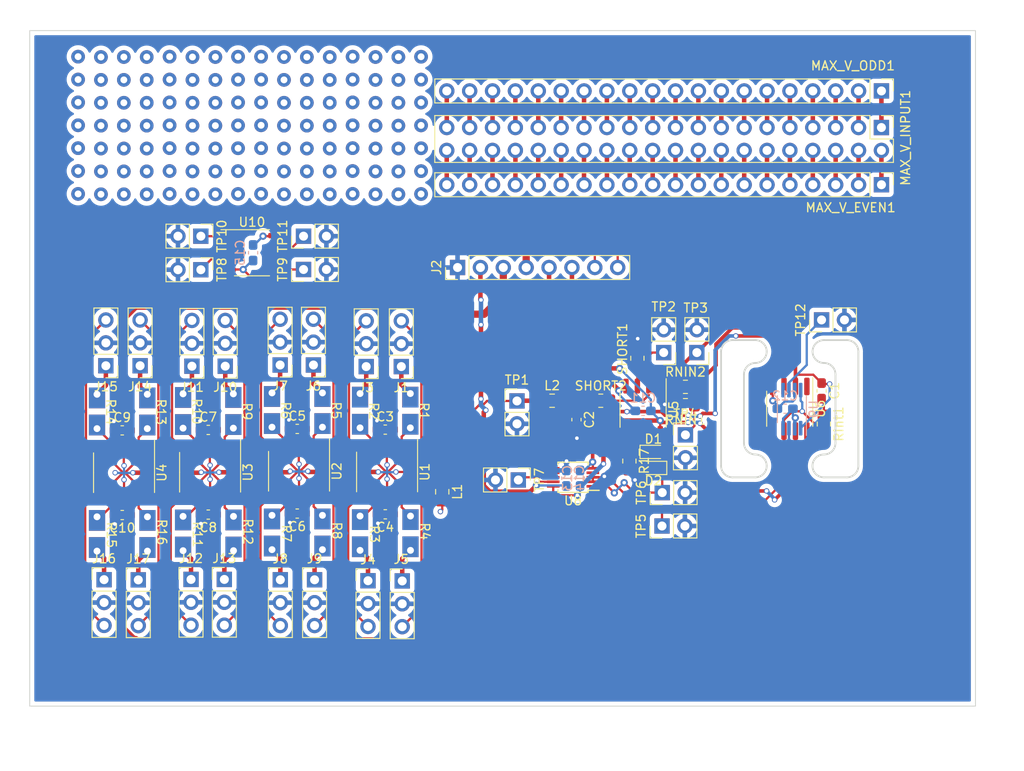
<source format=kicad_pcb>
(kicad_pcb (version 20211014) (generator pcbnew)
  (layers (0 "F.Cu" signal) (31 "B.Cu" signal) (34 "B.Paste" user) (35 "F.Paste" user) (36 "B.SilkS" user "B.Silkscreen") (37 "F.SilkS" user "F.Silkscreen") (38 "B.Mask" user) (39 "F.Mask" user) (44 "Edge.Cuts" user))
  (net 0 "")
  (net 1 "Net-(L2-Pad1)")
  (net 2 "Net-(L1-Pad1)")
  (net 3 "-2V5")
  (net 4 "GND")
  (net 5 "Net-(R3-Pad2)")
  (net 6 "Net-(R2-Pad2)")
  (net 7 "+2V5")
  (net 8 "Net-(R8-Pad2)")
  (net 9 "Net-(R7-Pad2)")
  (net 10 "Net-(R6-Pad2)")
  (net 11 "Net-(R10-Pad2)")
  (net 12 "Net-(R16-Pad2)")
  (net 13 "Net-(R15-Pad2)")
  (net 14 "Net-(R14-Pad2)")
  (net 15 "Net-(RNIN2-Pad2)")
  (net 16 "SUMMING NODE")
  (net 17 "ZERO_DAC1")
  (net 18 "-5VA")
  (net 19 "INTEGRATOR OUT")
  (net 20 "+5VA")
  (net 22 "ZERO_DAC2")
  (net 26 "COMP")
  (net 27 "Net-(C2-Pad1)")
  (net 28 "Net-(MAX_V_EVEN1-Pad1)")
  (net 29 "Net-(MAX_V_EVEN1-Pad2)")
  (net 30 "Net-(MAX_V_EVEN1-Pad3)")
  (net 31 "Net-(MAX_V_EVEN1-Pad4)")
  (net 32 "Net-(MAX_V_EVEN1-Pad5)")
  (net 33 "Net-(MAX_V_EVEN1-Pad6)")
  (net 34 "Net-(MAX_V_EVEN1-Pad7)")
  (net 35 "Net-(MAX_V_EVEN1-Pad8)")
  (net 36 "Net-(MAX_V_EVEN1-Pad9)")
  (net 37 "Net-(MAX_V_EVEN1-Pad10)")
  (net 38 "Net-(MAX_V_EVEN1-Pad11)")
  (net 39 "Net-(MAX_V_EVEN1-Pad12)")
  (net 40 "Net-(MAX_V_EVEN1-Pad13)")
  (net 41 "Net-(MAX_V_EVEN1-Pad14)")
  (net 42 "Net-(MAX_V_EVEN1-Pad15)")
  (net 43 "Net-(MAX_V_EVEN1-Pad16)")
  (net 44 "Net-(MAX_V_EVEN1-Pad17)")
  (net 45 "Net-(MAX_V_EVEN1-Pad18)")
  (net 46 "Net-(MAX_V_EVEN1-Pad19)")
  (net 47 "Net-(MAX_V_EVEN1-Pad20)")
  (net 48 "Net-(MAX_V_INPUT1-Pad1)")
  (net 49 "Net-(MAX_V_INPUT1-Pad3)")
  (net 50 "Net-(MAX_V_INPUT1-Pad5)")
  (net 51 "Net-(MAX_V_INPUT1-Pad7)")
  (net 52 "Net-(MAX_V_INPUT1-Pad9)")
  (net 53 "Net-(MAX_V_INPUT1-Pad11)")
  (net 54 "Net-(MAX_V_INPUT1-Pad13)")
  (net 55 "Net-(MAX_V_INPUT1-Pad15)")
  (net 56 "Net-(MAX_V_INPUT1-Pad17)")
  (net 57 "Net-(MAX_V_INPUT1-Pad19)")
  (net 58 "Net-(MAX_V_INPUT1-Pad21)")
  (net 59 "Net-(MAX_V_INPUT1-Pad23)")
  (net 60 "Net-(MAX_V_INPUT1-Pad25)")
  (net 61 "Net-(MAX_V_INPUT1-Pad27)")
  (net 62 "Net-(MAX_V_INPUT1-Pad29)")
  (net 63 "Net-(MAX_V_INPUT1-Pad31)")
  (net 64 "Net-(MAX_V_INPUT1-Pad33)")
  (net 65 "Net-(MAX_V_INPUT1-Pad35)")
  (net 66 "Net-(MAX_V_INPUT1-Pad37)")
  (net 67 "Net-(MAX_V_INPUT1-Pad39)")
  (net 68 "Net-(D1-Pad1)")
  (net 69 "Net-(R1-Pad2)")
  (net 70 "Net-(R13-Pad2)")
  (net 71 "+3V3")
  (net 72 "Net-(R4-Pad2)")
  (net 73 "Net-(R5-Pad2)")
  (net 74 "Net-(R9-Pad2)")
  (net 75 "Net-(R11-Pad2)")
  (net 76 "Net-(R12-Pad2)")
  (net 77 "+15V")
  (net 78 "-15V")
  (net 79 "Net-(TP8-Pad1)")
  (net 80 "Net-(TP9-Pad1)")
  (net 81 "Net-(TP10-Pad1)")
  (net 82 "Net-(TP11-Pad1)")
  (net 83 "Slope Amp")
  (net 84 "Net-(J1-Pad1)")
  (net 85 "Net-(J1-Pad3)")
  (net 86 "Net-(J3-Pad1)")
  (net 87 "Net-(J3-Pad3)")
  (net 88 "Net-(J4-Pad1)")
  (net 89 "Net-(J4-Pad3)")
  (net 90 "Net-(J5-Pad1)")
  (net 91 "Net-(J5-Pad3)")
  (net 92 "Net-(J6-Pad1)")
  (net 93 "Net-(J6-Pad3)")
  (net 94 "Net-(J7-Pad1)")
  (net 95 "Net-(J7-Pad3)")
  (net 96 "Net-(J8-Pad1)")
  (net 97 "Net-(J8-Pad3)")
  (net 98 "Net-(J9-Pad1)")
  (net 99 "Net-(J9-Pad3)")
  (net 100 "Net-(J10-Pad1)")
  (net 101 "Net-(J10-Pad3)")
  (net 102 "Net-(J11-Pad1)")
  (net 103 "Net-(J11-Pad3)")
  (net 104 "Net-(J12-Pad1)")
  (net 105 "Net-(J12-Pad3)")
  (net 106 "Net-(J13-Pad1)")
  (net 107 "Net-(J13-Pad3)")
  (net 108 "Net-(J14-Pad1)")
  (net 109 "Net-(J14-Pad3)")
  (net 110 "Net-(J15-Pad1)")
  (net 111 "Net-(J15-Pad3)")
  (net 112 "Net-(J16-Pad1)")
  (net 113 "Net-(J16-Pad3)")
  (net 114 "Net-(J17-Pad1)")
  (net 115 "Net-(J17-Pad3)")
  (net 116 "unconnected-(L1-Pad2)")
  (net 117 "SHORT")
  (net 118 "Net-(C1-Pad2)")
  (footprint "Capacitor_SMD:C_0603_1608Metric_Pad1.08x0.95mm_HandSolder" (layer "F.Cu") (at 53.825064 83.332502)
    (fp_text reference "C7")
    (fp_text value "C")
  )
  (footprint "Connector_PinHeader_2.54mm:PinHeader_1x02_P2.54mm_Vertical" (layer "F.Cu") (at 53 61.8215 -90)
    (fp_text reference "TP10")
    (fp_text value "TestPoint_2Pole" hide)
  )
  (footprint "Connector_PinHeader_2.54mm:PinHeader_1x03_P2.54mm_Vertical" (layer "F.Cu") (at 52.008602 76.257502 180)
    (fp_text reference "J11")
    (fp_text value "Conn_01x03_Male")
  )
  (footprint "Diode_SMD:D_0603_1608Metric" (layer "F.Cu") (at 103.244 85.7735)
    (fp_text reference "D1")
    (fp_text value "D")
  )
  (footprint "VM1085:Resistor_multipad" (layer "F.Cu") (at 56.608602 81.232502 -90)
    (fp_text reference "R9")
    (fp_text value "R")
  )
  (footprint "Connector_PinHeader_2.54mm:PinHeader_1x02_P2.54mm_Vertical" (layer "F.Cu") (at 53 65.5465 -90)
    (fp_text reference "TP8")
    (fp_text value "TestPoint_2Pole" hide)
  )
  (footprint "VM1085:Resistor_multipad" (layer "F.Cu") (at 76.258538 81.199388 -90)
    (fp_text reference "R1")
    (fp_text value "R")
  )
  (footprint "Resistor_SMD:R_0805_2012Metric_Pad1.20x1.40mm_HandSolder" (layer "F.Cu") (at 106.8 78.5505 180)
    (fp_text reference "RNIN2")
    (fp_text value "R")
  )
  (footprint "VM1085:Resistor_multipad" (layer "F.Cu") (at 70.675 94.799388 90)
    (fp_text reference "R3")
    (fp_text value "R")
  )
  (footprint "Capacitor_SMD:C_0603_1608Metric_Pad1.08x0.95mm_HandSolder" (layer "F.Cu") (at 44.270858 83.382204)
    (fp_text reference "C9")
    (fp_text value "C")
  )
  (footprint "Connector_PinHeader_2.54mm:PinHeader_2x20_P2.54mm_Vertical" (layer "F.Cu") (at 128.56 49.76 -90)
    (fp_text reference "MAX_V_INPUT1")
    (fp_text value "Conn_02x20_Odd_Even" hide)
  )
  (footprint "Connector_PinHeader_2.54mm:PinHeader_1x02_P2.54mm_Vertical" (layer "F.Cu") (at 88.25 88.8905 -90)
    (fp_text reference "TP7")
    (fp_text value "TestPoint_2Pole" hide)
  )
  (footprint "Connector_PinHeader_2.54mm:PinHeader_1x03_P2.54mm_Vertical" (layer "F.Cu") (at 46.254396 76.207204 180)
    (fp_text reference "J14")
    (fp_text value "Conn_01x03_Male")
  )
  (footprint "Connector_PinHeader_2.54mm:PinHeader_1x03_P2.54mm_Vertical" (layer "F.Cu") (at 75.258538 76.299388 180)
    (fp_text reference "J1")
    (fp_text value "Conn_01x03_Male")
  )
  (footprint "Connector_PinHeader_2.54mm:PinHeader_1x02_P2.54mm_Vertical" (layer "F.Cu") (at 64.4 65.5215 90)
    (fp_text reference "TP9")
    (fp_text value "TestPoint_2Pole" hide)
  )
  (footprint "Package_SO:SOP-8_3.9x4.9mm_P1.27mm" (layer "F.Cu") (at 58.677 63.6625)
    (fp_text reference "U10")
    (fp_text value "OPA2145")
  )
  (footprint "Resistor_SMD:R_0805_2012Metric_Pad1.20x1.40mm_HandSolder" (layer "F.Cu") (at 100.577 86.7895 -90)
    (fp_text reference "R17")
    (fp_text value "R")
  )
  (footprint "Connector_PinHeader_2.54mm:PinHeader_1x20_P2.54mm_Vertical" (layer "F.Cu") (at 128.565 45.696 -90)
    (fp_text reference "MAX_V_ODD1")
    (fp_text value "Conn_01x20_Female" hide)
  )
  (footprint "Connector_PinHeader_2.54mm:PinHeader_1x20_P2.54mm_Vertical" (layer "F.Cu") (at 128.565 56.11 -90)
    (fp_text reference "MAX_V_EVEN1")
    (fp_text value "Conn_01x20_Female" hide)
  )
  (footprint "Connector_PinHeader_2.54mm:PinHeader_1x03_P2.54mm_Vertical" (layer "F.Cu") (at 42.254396 99.957204)
    (fp_text reference "J16")
    (fp_text value "Conn_01x03_Male")
  )
  (footprint "Capacitor_SMD:C_0603_1608Metric_Pad1.08x0.95mm_HandSolder" (layer "F.Cu") (at 53.825064 92.732502 180)
    (fp_text reference "C8")
    (fp_text value "C")
  )
  (footprint "VM1085:Resistor_multipad" (layer "F.Cu") (at 47.054396 81.282204 -90)
    (fp_text reference "R13")
    (fp_text value "R")
  )
  (footprint "Capacitor_SMD:C_0805_2012Metric_Pad1.18x1.45mm_HandSolder" (layer "F.Cu") (at 92 80.0905)
    (fp_text reference "L2")
    (fp_text value "L")
  )
  (footprint "Connector_PinHeader_2.54mm:PinHeader_1x03_P2.54mm_Vertical" (layer "F.Cu") (at 65.5 76.125 180)
    (fp_text reference "J6")
    (fp_text value "Conn_01x03_Male")
  )
  (footprint "Package_SO:SOP-8_3.9x4.9mm_P1.27mm" (layer "F.Cu") (at 102.101 81.0905 -90)
    (fp_text reference "U5")
    (fp_text value "OPA2145")
  )
  (footprint "Resistor_SMD:R_0805_2012Metric_Pad1.20x1.40mm_HandSolder" (layer "F.Cu") (at 122.174 82.677 -90)
    (fp_text reference "Rint1")
    (fp_text value "R")
  )
  (footprint "Package_SO:TSSOP-20_4.4x6.5mm_P0.65mm" (layer "F.Cu") (at 63.9 87.92 -90)
    (fp_text reference "U2")
    (fp_text value "TMUX1134")
  )
  (footprint "Connector_PinHeader_2.54mm:PinHeader_1x03_P2.54mm_Vertical" (layer "F.Cu") (at 71.358538 76.299388 180)
    (fp_text reference "J3")
    (fp_text value "Conn_01x03_Male")
  )
  (footprint "Resistor_SMD:R_0805_2012Metric_Pad1.20x1.40mm_HandSolder" (layer "F.Cu") (at 101.466 75.3755 90)
    (fp_text reference "SHORT1")
    (fp_text value "R")
  )
  (footprint "Resistor_SMD:R_0805_2012Metric_Pad1.20x1.40mm_HandSolder" (layer "F.Cu") (at 106.8 80.5825 180)
    (fp_text reference "RNIN1")
    (fp_text value "R")
  )
  (footprint "VM1085:Resistor_multipad" (layer "F.Cu") (at 70.675 81.199388 -90)
    (fp_text reference "R2")
    (fp_text value "R")
  )
  (footprint "VM1085:Resistor_multipad" (layer "F.Cu") (at 56.625064 94.832502 90)
    (fp_text reference "R12")
    (fp_text value "R")
  )
  (footprint "Connector_PinHeader_2.54mm:PinHeader_1x02_P2.54mm_Vertical" (layer "F.Cu") (at 104.2 94 90)
    (fp_text reference "TP5")
    (fp_text value "TestPoint_2Pole")
  )
  (footprint "Package_SO:TSSOP-20_4.4x6.5mm_P0.65mm" (layer "F.Cu") (at 44.470858 88.082204 -90)
    (fp_text reference "U4")
    (fp_text value "TMUX1134")
  )
  (footprint "VM1085:Resistor_multipad" (layer "F.Cu") (at 60.9 94.72 90)
    (fp_text reference "R7")
    (fp_text value "R")
  )
  (footprint "Connector_PinHeader_2.54mm:PinHeader_1x03_P2.54mm_Vertical" (layer "F.Cu") (at 55.608602 99.932502)
    (fp_text reference "J13")
    (fp_text value "Conn_01x03_Male")
  )
  (footprint "Connector_PinHeader_2.54mm:PinHeader_1x03_P2.54mm_Vertical" (layer "F.Cu") (at 55.708602 76.257502 180)
    (fp_text reference "J10")
    (fp_text value "Conn_01x03_Male")
  )
  (footprint "Capacitor_SMD:C_0805_2012Metric_Pad1.18x1.45mm_HandSolder" (layer "F.Cu") (at 79.8 90.2 -90)
    (fp_text reference "L1")
    (fp_text value "L")
  )
  (footprint "VM1085:Resistor_multipad" (layer "F.Cu") (at 66.5 94.72 90)
    (fp_text reference "R8")
    (fp_text value "R")
  )
  (footprint "Connector_PinHeader_2.54mm:PinHeader_1x02_P2.54mm_Vertical" (layer "F.Cu") (at 121.915 71.12 90)
    (fp_text reference "TP12")
    (fp_text value "TestPoint_2Pole")
  )
  (footprint "Package_SO:MSOP-10_3x3mm_P0.5mm" (layer "F.Cu") (at 94.322 88.5905 180)
    (fp_text reference "U8")
    (fp_text value "LT1715")
  )
  (footprint "VM1085:Resistor_multipad" (layer "F.Cu") (at 76.275 94.799388 90)
    (fp_text reference "R4")
    (fp_text value "R")
  )
  (footprint "Connector_PinHeader_2.54mm:PinHeader_1x03_P2.54mm_Vertical" (layer "F.Cu") (at 46.054396 99.982204)
    (fp_text reference "J17")
    (fp_text value "Conn_01x03_Male")
  )
  (footprint "VM1085:Resistor_multipad" (layer "F.Cu") (at 66.5 81.125 -90)
    (fp_text reference "R5")
    (fp_text value "R")
  )
  (footprint "Capacitor_SMD:C_0603_1608Metric_Pad1.08x0.95mm_HandSolder" (layer "F.Cu") (at 73.475 83.299388)
    (fp_text reference "C3")
    (fp_text value "C")
  )
  (footprint "Resistor_SMD:R_0805_2012Metric_Pad1.20x1.40mm_HandSolder" (layer "F.Cu") (at 97.4 80.0905)
    (fp_text reference "SHORT2")
    (fp_text value "R")
  )
  (footprint "Connector_PinHeader_2.54mm:PinHeader_1x02_P2.54mm_Vertical" (layer "F.Cu") (at 108.07 74.7455 180)
    (fp_text reference "TP3")
    (fp_text value "TestPoint_2Pole")
  )
  (footprint "VM1085:THT 2.54mm proto area" (layer "F.Cu") (at 39.37 57.13)
    (fp_text reference "REF**" hide)
    (fp_text value "THT 2.54mm proto area")
  )
  (footprint "Connector_PinHeader_2.54mm:PinHeader_1x02_P2.54mm_Vertical" (layer "F.Cu") (at 88.1 80.1155)
    (fp_text reference "TP1")
    (fp_text value "TestPoint_2Pole" hide)
  )
  (footprint "Connector_PinHeader_2.54mm:PinHeader_1x03_P2.54mm_Vertical" (layer "F.Cu") (at 42.454396 76.207204 180)
    (fp_text reference "J15")
    (fp_text value "Conn_01x03_Male")
  )
  (footprint "Capacitor_SMD:C_0603_1608Metric_Pad1.08x0.95mm_HandSolder" (layer "F.Cu") (at 63.7 92.62 180)
    (fp_text reference "C6")
    (fp_text value "C")
  )
  (footprint "Package_SO:TSSOP-20_4.4x6.5mm_P0.65mm" (layer "F.Cu") (at 54.025064 88.032502 -90)
    (fp_text reference "U3")
    (fp_text value "TMUX1134")
  )
  (footprint "Connector_PinHeader_2.54mm:PinHeader_1x02_P2.54mm_Vertical" (layer "F.Cu") (at 104.226 90.2905 90)
    (fp_text reference "TP6")
    (fp_text value "TestPoint_2Pole")
  )
  (footprint "Connector_PinHeader_2.54mm:PinHeader_1x02_P2.54mm_Vertical" (layer "F.Cu") (at 104.387 74.7455 180)
    (fp_text reference "TP2")
    (fp_text value "TestPoint_2Pole")
  )
  (footprint "Connector_PinHeader_2.54mm:PinHeader_1x02_P2.54mm_Vertical" (layer "F.Cu") (at 64.4 61.8215 90)
    (fp_text reference "TP11")
    (fp_text value "TestPoint_2Pole" hide)
  )
  (footprint "Connector_PinHeader_2.54mm:PinHeader_1x03_P2.54mm_Vertical" (layer "F.Cu") (at 71.558538 100.074388)
    (fp_text reference "J4")
    (fp_text value "Conn_01x03_Male")
  )
  (footprint "Capacitor_SMD:C_0603_1608Metric_Pad1.08x0.95mm_HandSolder" (layer "F.Cu") (at 94.7 82.1905 -90)
    (fp_text reference "C2")
    (fp_text value "C")
  )
  (footprint "VM1085:Resistor_multipad" (layer "F.Cu") (at 47.070858 94.882204 90)
    (fp_text reference "R16")
    (fp_text value "R")
  )
  (footprint "VM1085:SMD_1.27_proto_area" (layer "F.Cu") (at 96.97 106.31)
    (fp_text reference "U7" hide)
    (fp_text value "SMD_1.27MM_PROTO_AREA" hide)
  )
  (footprint "Capacitor_SMD:C_0603_1608Metric_Pad1.08x0.95mm_HandSolder" (layer "F.Cu") (at 73.475 92.699388 180)
    (fp_text reference "C4")
    (fp_text value "C")
  )
  (footprint "Connector_PinHeader_2.54mm:PinHeader_1x08_P2.54mm_Vertical" (layer "F.Cu") (at 81.5 65.3 90)
    (fp_text reference "J2")
    (fp_text value "Conn_01x08_Female" hide)
  )
  (footprint "Capacitor_SMD:C_0603_1608Metric_Pad1.08x0.95mm_HandSolder" (layer "F.Cu") (at 121.92 78.994 -90)
    (fp_text reference "C1")
    (fp_text value "330p")
  )
  (footprint "VM1085:Resistor_multipad" (layer "F.Cu") (at 41.470858 94.882204 90)
    (fp_text reference "R15")
    (fp_text value "R")
  )
  (footprint "Connector_PinHeader_2.54mm:PinHeader_1x03_P2.54mm_Vertical" (layer "F.Cu") (at 61.8 76.125 180)
    (fp_text reference "J7")
    (fp_text value "Conn_01x03_Male")
  )
  (footprint "Connector_PinHeader_2.54mm:PinHeader_1x03_P2.54mm_Vertical" (layer "F.Cu") (at 61.824639 99.970361)
    (fp_text reference "J8")
    (fp_text value "Conn_01x03_Male")
  )
  (footprint "VM1085:THT 2.54mm proto area" (layer "F.Cu") (at 59.69 57.13)
    (fp_text reference "REF**" hide)
    (fp_text value "THT 2.54mm proto area")
  )
  (footprint "VM1085:Resistor_multipad" (layer "F.Cu") (at 51.025064 81.232502 -90)
    (fp_text reference "R10")
    (fp_text value "R")
  )
  (footprint "Connector_PinHeader_2.54mm:PinHeader_1x03_P2.54mm_Vertical" (layer "F.Cu") (at 75.358538 100.099388)
    (fp_text reference "J5")
    (fp_text value "Conn_01x03_Male")
  )
  (footprint "Diode_SMD:D_0603_1608Metric" (layer "F.Cu") (at 103.244 87.5515 180)
    (fp_text reference "D2")
    (fp_text value "D")
  )
  (footprint "VM1085:Resistor_multipad" (layer "F.Cu") (at 51.025064 94.832502 90)
    (fp_text reference "R11")
    (fp_text value "R")
  )
  (footprint "Connector_PinHeader_2.54mm:PinHeader_1x03_P2.54mm_Vertical" (layer "F.Cu") (at 65.624639 99.970361)
    (fp_text reference "J9")
    (fp_text value "Conn_01x03_Male")
  )
  (footprint "VM1085:Resistor_multipad" (layer "F.Cu") (at 60.9 81.125 -90)
    (fp_text reference "R6")
    (fp_text value "R")
  )
  (footprint "Capacitor_SMD:C_0603_1608Metric_Pad1.08x0.95mm_HandSolder" (layer "F.Cu") (at 44.270858 92.782204 180)
    (fp_text reference "C10")
    (fp_text value "C")
  )
  (footprint "Capacitor_SMD:C_0603_1608Metric_Pad1.08x0.95mm_HandSolder" (layer "F.Cu") (at 63.7 83.22)
    (fp_text reference "C5")
    (fp_text value "C")
  )
  (footprint "Connector_PinHeader_2.54mm:PinHeader_1x02_P2.54mm_Vertical" (layer "F.Cu") (at 106.8 83.8845)
    (fp_text reference "TP4")
    (fp_text value "TestPoint_2Pole")
  )
  (footprint "Package_SO:SOIC-8_3.9x4.9mm_P1.27mm" (layer "F.Cu") (at 118.38 80.9805 -90)
    (fp_text reference "U6")
    (fp_text value "AD8065")
  )
  (footprint "Connector_PinHeader_2.54mm:PinHeader_1x03_P2.54mm_Vertical" (layer "F.Cu") (at 51.908602 99.932502)
    (fp_text reference "J12")
    (fp_text value "Conn_01x03_Male")
  )
  (footprint "VM1085:Resistor_multipad" (layer "F.Cu") (at 41.470858 81.282204 -90)
    (fp_text reference "R14")
    (fp_text value "R")
  )
  (footprint "Package_SO:TSSOP-20_4.4x6.5mm_P0.65mm" (layer "F.Cu") (at 73.675 87.999388 -90)
    (fp_text reference "U1")
    (fp_text value "TMUX1134")
  )
  (footprint "Capacitor_SMD:C_0603_1608Metric_Pad1.08x0.95mm_HandSolder" (layer "B.Cu") (at 93.576 88.6905 90)
    (fp_text reference "C14")
    (fp_text value "C")
  )
  (footprint "Capacitor_SMD:C_0603_1608Metric_Pad1.08x0.95mm_HandSolder" (layer "B.Cu") (at 117.872 80.9805 180)
    (fp_text reference "C12")
    (fp_text value "C")
  )
  (footprint "Package_SO:MSOP-8_3x3mm_P0.65mm" (layer "B.Cu") (at 118.618 81.026 90)
    (fp_text reference "U9")
    (fp_text value "ADG1401")
  )
  (footprint "Capacitor_SMD:C_0603_1608Metric_Pad1.08x0.95mm_HandSolder" (layer "B.Cu") (at 102.101 81.2175 180)
    (fp_text reference "C11")
    (fp_text value "C")
  )
  (footprint "Capacitor_SMD:C_0603_1608Metric_Pad1.08x0.95mm_HandSolder" (layer "B.Cu") (at 58.8 63.6625 -90)
    (fp_text reference "C15")
    (fp_text value "C")
  )
  (footprint "Capacitor_SMD:C_0603_1608Metric_Pad1.08x0.95mm_HandSolder" (layer "B.Cu") (at 95.1 88.6905 90)
    (fp_text reference "C13")
    (fp_text value "C")
  )
  (gr_arc (start 126 87.3305) (mid 125.628026 88.228526) (end 124.73 88.6005) (layer "Edge.Cuts") (width 0.2))
  (gr_arc (start 110.76 74.6305) (mid 111.131974 73.732474) (end 112.03 73.3605) (layer "Edge.Cuts") (width 0.2))
  (gr_rect (start 34 39) (end 139 114) (layer "Edge.Cuts") (width 0.1) (fill none))
  (gr_arc (start 115.824 87.3305) (mid 115.452026 88.228526) (end 114.554 88.6005) (layer "Edge.Cuts") (width 0.2))
  (gr_arc (start 123.46 84.7905) (mid 123.088026 85.688526) (end 122.19 86.0605) (layer "Edge.Cuts") (width 0.2))
  (gr_line (start 126 87.3305) (end 126 74.6305) (layer "Edge.Cuts") (width 0.2))
  (gr_arc (start 112.03 88.6005) (mid 111.131974 88.228526) (end 110.76 87.3305) (layer "Edge.Cuts") (width 0.2))
  (gr_line (start 114.554 73.3605) (end 112.03 73.3605) (layer "Edge.Cuts") (width 0.2))
  (gr_line (start 110.76 74.6305) (end 110.76 87.3305) (layer "Edge.Cuts") (width 0.2))
  (gr_line (start 122.174 88.6005) (end 124.73 88.6005) (layer "Edge.Cuts") (width 0.2))
  (gr_arc (start 122.174 88.6005) (mid 121.275974 88.228526) (end 120.904 87.3305) (layer "Edge.Cuts") (width 0.2))
  (gr_arc (start 120.904 87.3305) (mid 121.275974 86.432474) (end 122.174 86.0605) (layer "Edge.Cuts") (width 0.2))
  (gr_line (start 124.73 73.3605) (end 122.183026 73.3605) (layer "Edge.Cuts") (width 0.2))
  (gr_arc (start 114.57 86.0605) (mid 113.671974 85.688526) (end 113.3 84.7905) (layer "Edge.Cuts") (width 0.2))
  (gr_arc (start 122.19 75.9005) (mid 123.088026 76.272474) (end 123.46 77.1705) (layer "Edge.Cuts") (width 0.2))
  (gr_line (start 113.3 84.7905) (end 113.3 77.1705) (layer "Edge.Cuts") (width 0.2))
  (gr_arc (start 122.183026 75.9005) (mid 121.285 75.528526) (end 120.913026 74.6305) (layer "Edge.Cuts") (width 0.2))
  (gr_arc (start 120.913026 74.6305) (mid 121.285 73.732474) (end 122.183026 73.3605) (layer "Edge.Cuts") (width 0.2))
  (gr_arc (start 113.3 77.1705) (mid 113.671974 76.272474) (end 114.57 75.9005) (layer "Edge.Cuts") (width 0.2))
  (gr_arc (start 115.824 74.6305) (mid 115.452026 75.528526) (end 114.554 75.9005) (layer "Edge.Cuts") (width 0.2))
  (gr_arc (start 124.73 73.3605) (mid 125.628026 73.732474) (end 126 74.6305) (layer "Edge.Cuts") (width 0.2))
  (gr_arc (start 114.554 73.3605) (mid 115.452026 73.732474) (end 115.824 74.6305) (layer "Edge.Cuts") (width 0.2))
  (gr_line (start 112.03 88.6005) (end 114.554 88.6005) (layer "Edge.Cuts") (width 0.2))
  (gr_line (start 123.46 77.1705) (end 123.46 84.7905) (layer "Edge.Cuts") (width 0.2))
  (gr_arc (start 114.554 86.0605) (mid 115.452026 86.432474) (end 115.824 87.3305) (layer "Edge.Cuts") (width 0.2))
  (gr_text "Alex Gorovenko" (at 122.1 111) (layer "F.Cu") (effects (font (size 1.5 1.5) (thickness 0.3))))
  (segment (start 72.516588 89.057438) (end 71.4 90.174027) (width 0.25) (layer "F.Cu") (net 1))
  (segment (start 52.558177 89.399027) (end 51.750064 90.207141) (width 0.25) (layer "F.Cu") (net 1))
  (segment (start 80.8 81.633) (end 81.407 81.026) (width 0.25) (layer "F.Cu") (net 1))
  (segment (start 65.079023 86.841337) (end 65.039755 86.880605) (width 0.25) (layer "F.Cu") (net 1))
  (segment (start 52.66079 86.897136) (end 45.756286 86.897136) (width 0.25) (layer "F.Cu") (net 1))
  (segment (start 72.766589 87.191337) (end 72.416589 86.841337) (width 0.25) (layer "F.Cu") (net 1))
  (segment (start 84.768384 80.1155) (end 88.1 80.1155) (width 0.25) (layer "F.Cu") (net 1))
  (segment (start 53.266652 87.374452) (end 52.725063 86.832863) (width 0.25) (layer "F.Cu") (net 1))
  (segment (start 45.756286 86.897136) (end 45.212807 87.440615) (width 0.25) (layer "F.Cu") (net 1))
  (segment (start 80.8 87) (end 80.8 81.633) (width 0.25) (layer "F.Cu") (net 1))
  (segment (start 54.050064 88.107863) (end 53.849342 88.107863) (width 0.25) (layer "F.Cu") (net 1))
  (segment (start 80.8 87) (end 80.84952 87.04952) (width 0.25) (layer "F.Cu") (net 1))
  (segment (start 56.300064 85.170002) (end 56.300064 85.857863) (width 0.25) (layer "F.Cu") (net 1))
  (segment (start 55.475425 89.382501) (end 55.727682 89.130244) (width 0.25) (layer "F.Cu") (net 1))
  (segment (start 63.875 87.995361) (end 63.05232 87.17268) (width 0.25) (layer "F.Cu") (net 1))
  (segment (start 71.4 85.824749) (end 71.4 85.136888) (width 0.25) (layer "F.Cu") (net 1))
  (segment (start 44.571219 88.082204) (end 44.445858 88.082204) (width 0.25) (layer "F.Cu") (net 1))
  (segment (start 52.725063 86.832863) (end 52.66079 86.897136) (width 0.25) (layer "F.Cu") (net 1))
  (segment (start 53.849342 88.107863) (end 52.558177 89.399027) (width 0.25) (layer "F.Cu") (net 1))
  (segment (start 45.97347 89.484456) (end 52.472748 89.484456) (width 0.25) (layer "F.Cu") (net 1))
  (segment (start 62.589394 89.130244) (end 61.625 90.094639) (width 0.25) (layer "F.Cu") (net 1))
  (segment (start 80.512973 90.07452) (end 78.87452 90.07452) (width 0.25) (layer "F.Cu") (net 1))
  (segment (start 46.745858 85.907565) (end 45.756286 86.897136) (width 0.25) (layer "F.Cu") (net 1))
  (segment (start 73.65 87.999388) (end 73.65 88.074749) (width 0.25) (layer "F.Cu") (net 1))
  (segment (start 66.175 85.745361) (end 65.039755 86.880605) (width 0.25) (layer "F.Cu") (net 1))
  (segment (start 63.875 87.92) (end 63.875 87.995361) (width 0.25) (layer "F.Cu") (net 1))
  (segment (start 72.485244 89.088782) (end 72.516588 89.057438) (width 0.25) (layer "F.Cu") (net 1))
  (segment (start 55.308538 86.849388) (end 54.867013 87.290913) (width 0.25) (layer "F.Cu") (net 1))
  (segment (start 80.84952 87.04952) (end 80.84952 89.737973) (width 0.25) (layer "F.Cu") (net 1))
  (segment (start 65.169144 89.088782) (end 72.485244 89.088782) (width 0.25) (layer "F.Cu") (net 1))
  (segment (start 55.348293 86.889143) (end 55.308538 86.849388) (width 0.25) (layer "F.Cu") (net 1))
  (segment (start 44.445858 88.157565) (end 42.195858 85.907565) (width 0.25) (layer "F.Cu") (net 1))
  (segment (start 51.750064 85.857863) (end 51.750064 85.170002) (width 0.25) (layer "F.Cu") (net 1))
  (segment (start 61.625 90.094639) (end 61.625 90.7825) (width 0.25) (layer "F.Cu") (net 1))
  (segment (start 74.887374 86.887374) (end 73.7 88.074749) (width 0.25) (layer "F.Cu") (net 1))
  (segment (start 66.175 90.7825) (end 66.175 90.094639) (width 0.25) (layer "F.Cu") (net 1))
  (segment (start 73.65 88.074749) (end 72.766589 87.191337) (width 0.25) (layer "F.Cu") (net 1))
  (segment (start 88.125 80.0905) (end 88.1 80.1155) (width 0.5) (layer "F.Cu") (net 1))
  (segment (start 52.725063 86.832863) (end 51.750064 85.857863) (width 0.25) (layer "F.Cu") (net 1))
  (segment (start 64.89768 87.02268) (end 63.925 87.995361) (width 0.25) (layer "F.Cu") (net 1))
  (segment (start 74.887374 86.887374) (end 75 87) (width 0.25) (layer "F.Cu") (net 1))
  (segment (start 54.867013 87.290913) (end 54.050064 88.107863) (width 0.25) (layer "F.Cu") (net 1))
  (segment (start 63.925 87.995361) (end 63.724278 87.995361) (width 0.25) (layer "F.Cu") (net 1))
  (segment (start 78.062013 89.262013) (end 75.037987 89.262013) (width 0.25) (layer "F.Cu") (net 1))
  (segment (start 46.745858 85.219704) (end 46.745858 85.907565) (width 0.25) (layer "F.Cu") (net 1))
  (segment (start 78.87452 90.07452) (end 78.062013 89.262013) (width 0.25) (layer "F.Cu") (net 1))
  (segment (start 56.300064 85.857863) (end 55.308538 86.849388) (width 0.25) (layer "F.Cu") (net 1))
  (segment (start 63.925 87.995361) (end 63.875 87.995361) (width 0.25) (layer "F.Cu") (net 1))
  (segment (start 44.495858 88.157565) (end 44.295136 88.157565) (width 0.25) (layer "F.Cu") (net 1))
  (segment (start 65.039755 86.880605) (end 64.89768 87.02268) (width 0.25) (layer "F.Cu") (net 1))
  (segment (start 42.195858 85.907565) (end 42.195858 85.219704) (width 0.25) (layer "F.Cu") (net 1))
  (segment (start 73.7 88.074749) (end 73.65 88.074749) (width 0.25) (layer "F.Cu") (net 1))
  (segment (start 75.95 90.174027) (end 73.775361 87.999388) (width 0.25) (layer "F.Cu") (net 1))
  (segment (start 90.9625 80.0905) (end 88.125 80.0905) (width 0.5) (layer "F.Cu") (net 1))
  (segment (start 75.95 85.824749) (end 74.887374 86.887374) (width 0.25) (layer "F.Cu") (net 1))
  (segment (start 54.050064 88.107863) (end 54.000064 88.107863) (width 0.25) (layer "F.Cu") (net 1))
  (segment (start 42.195858 90.256843) (end 42.195858 90.944704) (width 0.25) (layer "F.Cu") (net 1))
  (segment (start 63.724278 87.995361) (end 62.589394 89.130244) (width 0.25) (layer "F.Cu") (net 1))
  (segment (start 44.445858 88.082204) (end 44.445858 88.157565) (width 0.25) (layer "F.Cu") (net 1))
  (segment (start 72.416589 86.841337) (end 71.4 85.824749) (width 0.25) (layer "F.Cu") (net 1))
  (segment (start 75.95 85.136888) (end 75.95 85.824749) (width 0.25) (layer "F.Cu") (net 1))
  (segment (start 83.439 81.026) (end 83.94 80.525) (width 0.25) (layer "F.Cu") (net 1))
  (segment (start 54.125425 88.032502) (end 54.000064 88.032502) (width 0.25) (layer "F.Cu") (net 1))
  (segment (start 45.97347 89.484456) (end 44.571219 88.082204) (width 0.25) (layer "F.Cu") (net 1))
  (segment (start 65.169144 89.088782) (end 64.000361 87.92) (width 0.25) (layer "F.Cu") (net 1))
  (segment (start 55.475425 89.382501) (end 54.125425 88.032502) (width 0.25) (layer "F.Cu") (net 1))
  (segment (start 66.175 90.094639) (end 65.169144 89.088782) (width 0.25) (layer "F.Cu") (net 1))
  (segment (start 51.750064 90.207141) (end 51.750064 90.895002) (width 0.25) (layer "F.Cu") (net 1))
  (segment (start 52.472748 89.484456) (end 52.558177 89.399027) (width 0.25) (layer "F.Cu") (net 1))
  (segment (start 80.84952 89.737973) (end 80.512973 90.07452) (width 0.25) (layer "F.Cu") (net 1))
  (segment (start 73.775361 87.999388) (end 73.65 87.999388) (width 0.25) (layer "F.Cu") (net 1))
  (segment (start 63.05232 87.17268) (end 62.768783 86.889143) (width 0.25) (layer "F.Cu") (net 1))
  (segment (start 56.300064 90.895002) (end 56.300064 90.207141) (width 0.25) (layer "F.Cu") (net 1))
  (segment (start 54.000064 88.107863) (end 53.266652 87.374452) (width 0.25) (layer "F.Cu") (net 1))
  (segment (start 75 87) (end 80.8 87) (width 0.25) (layer "F.Cu") (net 1))
  (segment (start 73.499278 88.074749) (end 72.516588 89.057438) (width 0.25) (layer "F.Cu") (net 1))
  (segment (start 81.407 81.026) (end 83.439 81.026) (width 0.25) (layer "F.Cu") (net 1))
  (segment (start 62.768783 86.889143) (end 55.348293 86.889143) (width 0.25) (layer "F.Cu") (net 1))
  (segment (start 66.175 85.0575) (end 66.175 85.745361) (width 0.25) (layer "F.Cu") (net 1))
  (segment (start 61.625 85.745361) (end 61.625 85.0575) (width 0.25) (layer "F.Cu") (net 1))
  (segment (start 71.4 90.174027) (end 71.4 90.861888) (width 0.25) (layer "F.Cu") (net 1))
  (segment (start 46.745858 90.944704) (end 46.745858 90.256843) (width 0.25) (layer "F.Cu") (net 1))
  (segment (start 64.000361 87.92) (end 63.875 87.92) (width 0.25) (layer "F.Cu") (net 1))
  (segment (start 46.745858 90.256843) (end 45.97347 89.484456) (width 0.25) (layer "F.Cu") (net 1))
  (segment (start 75.95 90.861888) (end 75.95 90.174027) (width 0.25) (layer "F.Cu") (net 1))
  (segment (start 55.727682 89.130244) (end 62.589394 89.130244) (width 0.25) (layer "F.Cu") (net 1))
  (segment (start 83.94 80.525) (end 84.358884 80.525) (width 0.25) (layer "F.Cu") (net 1))
  (segment (start 56.300064 90.207141) (end 55.475425 89.382501) (width 0.25) (layer "F.Cu") (net 1))
  (segment (start 45.212807 87.440615) (end 44.495858 88.157565) (width 0.25) (layer "F.Cu") (net 1))
  (segment (start 44.295136 88.157565) (end 42.195858 90.256843) (width 0.25) (layer "F.Cu") (net 1))
  (segment (start 73.7 88.074749) (end 73.499278 88.074749) (width 0.25) (layer "F.Cu") (net 1))
  (segment (start 54.000064 88.032502) (end 54.000064 88.107863) (width 0.25) (layer "F.Cu") (net 1))
  (segment (start 72.416589 86.841337) (end 65.079023 86.841337) (width 0.25) (layer "F.Cu") (net 1))
  (segment (start 62.768783 86.889143) (end 61.625 85.745361) (width 0.25) (layer "F.Cu") (net 1))
  (segment (start 44.495858 88.157565) (end 44.445858 88.157565) (width 0.25) (layer "F.Cu") (net 1))
  (segment (start 84.358884 80.525) (end 84.768384 80.1155) (width 0.25) (layer "F.Cu") (net 1))
  (segment (start 73.074159 89.799868) (end 72.7 90.174027) (width 0.25) (layer "F.Cu") (net 2))
  (segment (start 72.7 85.824749) (end 72.7 85.136888) (width 0.25) (layer "F.Cu") (net 2))
  (segment (start 44.445378 87.273908) (end 44.470858 87.299388) (width 0.25) (layer "F.Cu") (net 2))
  (segment (start 45.454396 88.082204) (end 52.991824 88.082204) (width 0.5) (layer "F.Cu") (net 2))
  (segment (start 54.025064 89.808462) (end 54.000544 89.832982) (width 0.25) (layer "F.Cu") (net 2))
  (segment (start 54.000544 89.832982) (end 53.424223 89.832982) (width 0.25) (layer "F.Cu") (net 2))
  (segment (start 63.87452 87.111704) (end 63.9 87.137184) (width 0.25) (layer "F.Cu") (net 2))
  (segment (start 74.65 90.174027) (end 74.275841 89.799868) (width 0.25) (layer "F.Cu") (net 2))
  (segment (start 45.445858 90.256843) (end 45.071699 89.882684) (width 0.25) (layer "F.Cu") (net 2))
  (segment (start 45.071699 89.882684) (end 44.446338 89.882684) (width 0.25) (layer "F.Cu") (net 2))
  (segment (start 73.074159 86.198908) (end 72.7 85.824749) (width 0.25) (layer "F.Cu") (net 2))
  (segment (start 53.424223 86.232022) (end 53.050064 85.857863) (width 0.25) (layer "F.Cu") (net 2))
  (segment (start 63.87452 86.11952) (end 63.299159 86.11952) (width 0.25) (layer "F.Cu") (net 2))
  (segment (start 53.999584 87.224206) (end 54.025064 87.249686) (width 0.25) (layer "F.Cu") (net 2))
  (segment (start 62.925 90.094639) (end 62.925 90.7825) (width 0.25) (layer "F.Cu") (net 2))
  (segment (start 63.87452 86.11952) (end 63.87452 87.111704) (width 0.25) (layer "F.Cu") (net 2))
  (segment (start 63.299159 86.11952) (end 62.925 85.745361) (width 0.25) (layer "F.Cu") (net 2))
  (segment (start 74.65 90.861888) (end 74.65 90.174027) (width 0.25) (layer "F.Cu") (net 2))
  (segment (start 79.8 88.3) (end 79.8 89.1625) (width 0.25) (layer "F.Cu") (net 2))
  (segment (start 43.495858 85.907565) (end 43.495858 85.219704) (width 0.25) (layer "F.Cu") (net 2))
  (segment (start 74.275841 86.198908) (end 73.64952 86.198908) (width 0.25) (layer "F.Cu") (net 2))
  (segment (start 63.9 88.702816) (end 63.9 89.69596) (width 0.25) (layer "F.Cu") (net 2))
  (segment (start 55.000064 85.170002) (end 55.000064 85.857863) (width 0.25) (layer "F.Cu") (net 2))
  (segment (start 53.424223 89.832982) (end 53.050064 90.207141) (width 0.25) (layer "F.Cu") (net 2))
  (segment (start 44.470858 89.858164) (end 44.446338 89.882684) (width 0.25) (layer "F.Cu") (net 2))
  (segment (start 64.875 85.0575) (end 64.875 85.745361) (width 0.25) (layer "F.Cu") (net 2))
  (segment (start 44.445378 86.281724) (end 43.870017 86.281724) (width 0.25) (layer "F.Cu") (net 2))
  (segment (start 44.446338 89.882684) (end 43.870017 89.882684) (width 0.25) (layer "F.Cu") (net 2))
  (segment (start 63.299159 89.72048) (end 62.925 90.094639) (width 0.25) (layer "F.Cu") (net 2))
  (segment (start 79.499388 87.999388) (end 79.8 88.3) (width 0.25) (layer "F.Cu") (net 2))
  (segment (start 64.875 90.7825) (end 64.875 90.094639) (width 0.25) (layer "F.Cu") (net 2))
  (segment (start 64.962926 87.999388) (end 72.691462 87.999388) (width 0.5) (layer "F.Cu") (net 2))
  (segment (start 45.445858 85.907565) (end 45.071699 86.281724) (width 0.25) (layer "F.Cu") (net 2))
  (segment (start 45.445858 90.944704) (end 45.445858 90.256843) (width 0.25) (layer "F.Cu") (net 2))
  (segment (start 73.64952 86.198908) (end 73.64952 87.191092) (width 0.25) (layer "F.Cu") (net 2))
  (segment (start 55.000064 90.895002) (end 55.000064 90.207141) (width 0.25) (layer "F.Cu") (net 2))
  (segment (start 54.625905 89.832982) (end 54.000544 89.832982) (width 0.25) (layer "F.Cu") (net 2))
  (segment (start 54.025064 88.815318) (end 54.025064 89.808462) (width 0.25) (layer "F.Cu") (net 2))
  (segment (start 43.870017 89.882684) (end 43.495858 90.256843) (width 0.25) (layer "F.Cu") (net 2))
  (segment (start 62.80396 88.032502) (end 62.916462 87.92) (width 0.5) (layer "F.Cu") (net 2))
  (segment (start 64.888538 87.925) (end 64.883538 87.92) (width 0.25) (layer "F.Cu") (net 2))
  (segment (start 74.658538 87.999388) (end 79.499388 87.999388) (width 0.25) (layer "F.Cu") (net 2))
  (segment (start 64.883538 87.92) (end 64.962926 87.999388) (width 0.5) (layer "F.Cu") (net 2))
  (segment (start 73.64952 87.191092) (end 73.675 87.216572) (width 0.25) (layer "F.Cu") (net 2))
  (segment (start 43.870017 86.281724) (end 43.495858 85.907565) (width 0.25) (layer "F.Cu") (net 2))
  (segment (start 52.991824 88.082204) (end 53.041526 88.032502) (width 0.5) (layer "F.Cu") (net 2))
  (segment (start 63.87548 89.72048) (end 63.299159 89.72048) (width 0.25) (layer "F.Cu") (net 2))
  (segment (start 74.65 85.136888) (end 74.65 85.824749) (width 0.25) (layer "F.Cu") (net 2))
  (segment (start 55.000064 85.857863) (end 54.625905 86.232022) (width 0.25) (layer "F.Cu") (net 2))
  (segment (start 53.050064 85.857863) (end 53.050064 85.170002) (width 0.25) (layer "F.Cu") (net 2))
  (segment (start 64.500841 89.72048) (end 63.87548 89.72048) (width 0.25) (layer "F.Cu") (net 2))
  (segment (start 45.445858 85.219704) (end 45.445858 85.907565) (width 0.25) (layer "F.Cu") (net 2))
  (segment (start 62.925 85.745361) (end 62.925 85.0575) (width 0.25) (layer "F.Cu") (net 2))
  (segment (start 73.675 88.782204) (end 73.675 89.775348) (width 0.25) (layer "F.Cu") (net 2))
  (segment (start 64.500841 86.11952) (end 63.87452 86.11952) (width 0.25) (layer "F.Cu") (net 2))
  (segment (start 55.008602 88.032502) (end 62.80396 88.032502) (width 0.5) (layer "F.Cu") (net 2))
  (segment (start 45.071699 86.281724) (end 44.445378 86.281724) (width 0.25) (layer "F.Cu") (net 2))
  (segment (start 73.675 89.775348) (end 73.65048 89.799868) (width 0.25) (layer "F.Cu") (net 2))
  (segment (start 55.000064 90.207141) (end 54.625905 89.832982) (width 0.25) (layer "F.Cu") (net 2))
  (segment (start 53.999584 86.232022) (end 53.424223 86.232022) (width 0.25) (layer "F.Cu") (net 2))
  (segment (start 73.64952 86.198908) (end 73.074159 86.198908) (width 0.25) (layer "F.Cu") (net 2))
  (segment (start 54.625905 86.232022) (end 53.999584 86.232022) (width 0.25) (layer "F.Cu") (net 2))
  (segment (start 74.65 85.824749) (end 74.275841 86.198908) (width 0.25) (layer "F.Cu") (net 2))
  (segment (start 63.9 89.69596) (end 63.87548 89.72048) (width 0.25) (layer "F.Cu") (net 2))
  (segment (start 64.875 85.745361) (end 64.500841 86.11952) (width 0.25) (layer "F.Cu") (net 2))
  (segment (start 72.7 90.174027) (end 72.7 90.861888) (width 0.25) (layer "F.Cu") (net 2))
  (segment (start 64.875 90.094639) (end 64.500841 89.72048) (width 0.25) (layer "F.Cu") (net 2))
  (segment (start 55.013602 88.027502) (end 55.008602 88.032502) (width 0.25) (layer "F.Cu") (net 2))
  (segment (start 44.470858 88.86502) (end 44.470858 89.858164) (width 0.25) (layer "F.Cu") (net 2))
  (segment (start 73.65048 89.799868) (end 73.074159 89.799868) (width 0.25) (layer "F.Cu") (net 2))
  (segment (start 53.999584 86.232022) (end 53.999584 87.224206) (width 0.25) (layer "F.Cu") (net 2))
  (segment (start 74.275841 89.799868) (end 73.65048 89.799868) (width 0.25) (layer "F.Cu") (net 2))
  (segment (start 43.495858 90.256843) (end 43.495858 90.944704) (width 0.25) (layer "F.Cu") (net 2))
  (segment (start 53.050064 90.207141) (end 53.050064 90.895002) (width 0.25) (layer "F.Cu") (net 2))
  (segment (start 44.445378 86.281724) (end 44.445378 87.273908) (width 0.25) (layer "F.Cu") (net 2))
  (via (at 45.454396 88.082204) (size 0.6) (drill 0.4) (layers "F.Cu" "B.Cu") (net 2))
  (via (at 72.691462 87.999388) (size 0.6) (drill 0.4) (layers "F.Cu" "B.Cu") (net 2))
  (via (at 64.883538 87.92) (size 0.6) (drill 0.4) (layers "F.Cu" "B.Cu") (net 2))
  (via (at 54.025064 87.249686) (size 0.6) (drill 0.4) (layers "F.Cu" "B.Cu") (net 2))
  (via (at 73.675 87.216572) (size 0.6) (drill 0.4) (layers "F.Cu" "B.Cu") (net 2))
  (via (at 53.041526 88.032502) (size 0.6) (drill 0.4) (layers "F.Cu" "B.Cu") (net 2))
  (via (at 63.9 87.137184) (size 0.6) (drill 0.4) (layers "F.Cu" "B.Cu") (net 2))
  (via (at 63.9 88.702816) (size 0.6) (drill 0.4) (layers "F.Cu" "B.Cu") (net 2))
  (via (at 44.470858 87.299388) (size 0.6) (drill 0.4) (layers "F.Cu" "B.Cu") (net 2))
  (via (at 74.658538 87.999388) (size 0.6) (drill 0.4) (layers "F.Cu" "B.Cu") (net 2))
  (via (at 43.48732 88.082204) (size 0.6) (drill 0.4) (layers "F.Cu" "B.Cu") (net 2))
  (via (at 73.675 88.782204) (size 0.6) (drill 0.4) (layers "F.Cu" "B.Cu") (net 2))
  (via (at 44.470858 88.86502) (size 0.6) (drill 0.4) (layers "F.Cu" "B.Cu") (net 2))
  (via (at 54.025064 88.815318) (size 0.6) (drill 0.4) (layers "F.Cu" "B.Cu") (net 2))
  (via (at 55.008602 88.032502) (size 0.6) (drill 0.4) (layers "F.Cu" "B.Cu") (net 2))
  (via (at 62.916462 87.92) (size 0.6) (drill 0.4) (layers "F.Cu" "B.Cu") (net 2))
  (segment (start 45.454396 88.082204) (end 45.429396 88.107204) (width 0.25) (layer "B.Cu") (net 2))
  (segment (start 63.9 87.137184) (end 63.9 87.945) (width 0.25) (layer "B.Cu") (net 2))
  (segment (start 54.983602 88.057502) (end 54.025064 88.057502) (width 0.25) (layer "B.Cu") (net 2))
  (segment (start 54.025064 88.057502) (end 54.025064 88.815318) (width 0.25) (layer "B.Cu") (net 2))
  (segment (start 44.470858 88.107204) (end 44.470858 88.86502) (width 0.25) (layer "B.Cu") (net 2))
  (segment (start 64.883538 87.92) (end 64.858538 87.945) (width 0.25) (layer "B.Cu") (net 2))
  (segment (start 73.675 88.024388) (end 73.675 88.782204) (width 0.25) (layer "B.Cu") (net 2))
  (segment (start 63.9 87.945) (end 63.9 88.702816) (width 0.25) (layer "B.Cu") (net 2))
  (segment (start 73.675 87.216572) (end 73.675 88.024388) (width 0.25) (layer "B.Cu") (net 2))
  (segment (start 43.51232 88.107204) (end 43.48732 88.082204) (width 0.25) (layer "B.Cu") (net 2))
  (segment (start 44.470858 87.299388) (end 44.470858 88.107204) (width 0.25) (layer "B.Cu") (net 2))
  (segment (start 45.429396 88.107204) (end 44.470858 88.107204) (width 0.25) (layer "B.Cu") (net 2))
  (segment (start 55.008602 88.032502) (end 54.983602 88.057502) (width 0.25) (layer "B.Cu") (net 2))
  (segment (start 72.716462 88.024388) (end 72.691462 87.999388) (width 0.25) (layer "B.Cu") (net 2))
  (segment (start 54.025064 88.057502) (end 53.066526 88.057502) (width 0.25) (layer "B.Cu") (net 2))
  (segment (start 63.9 87.945) (end 62.941462 87.945) (width 0.25) (layer "B.Cu") (net 2))
  (segment (start 44.470858 88.107204) (end 43.51232 88.107204) (width 0.25) (layer "B.Cu") (net 2))
  (segment (start 64.858538 87.945) (end 63.9 87.945) (width 0.25) (layer "B.Cu") (net 2))
  (segment (start 74.658538 87.999388) (end 74.633538 88.024388) (width 0.25) (layer "B.Cu") (net 2))
  (segment (start 53.066526 88.057502) (end 53.041526 88.032502) (width 0.25) (layer "B.Cu") (net 2))
  (segment (start 74.633538 88.024388) (end 73.675 88.024388) (width 0.25) (layer "B.Cu") (net 2))
  (segment (start 54.025064 87.249686) (end 54.025064 88.057502) (width 0.25) (layer "B.Cu") (net 2))
  (segment (start 62.941462 87.945) (end 62.916462 87.92) (width 0.25) (layer "B.Cu") (net 2))
  (segment (start 73.675 88.024388) (end 72.716462 88.024388) (width 0.25) (layer "B.Cu") (net 2))
  (segment (start 63.658538 69.899388) (end 63.504639 69.745489) (width 0.5) (layer "F.Cu") (net 3))
  (segment (start 74.3375 83.299388) (end 74 83.636888) (width 0.25) (layer "F.Cu") (net 3))
  (segment (start 73.358538 69.745489) (end 73.129511 69.745489) (width 0.5) (layer "F.Cu") (net 3))
  (segment (start 63.504639 69.745489) (end 54.012437 69.745489) (width 0.5) (layer "F.Cu") (net 3))
  (segment (start 73.129511 69.745489) (end 63.504639 69.745489) (width 0.5) (layer "F.Cu") (net 3))
  (segment (start 45.133358 81.374208) (end 44.358538 80.599388) (width 0.5) (layer "F.Cu") (net 3))
  (segment (start 54.687564 83.332502) (end 54.687564 81.528414) (width 0.5) (layer "F.Cu") (net 3))
  (segment (start 74.041 68.834) (end 73.129511 69.745489) (width 0.8) (layer "F.Cu") (net 3))
  (segment (start 53.858538 69.899388) (end 54.012437 69.745489) (width 0.5) (layer "F.Cu") (net 3))
  (segment (start 64.225 83.5575) (end 64.225 85.0575) (width 0.25) (layer "F.Cu") (net 3))
  (segment (start 63.658538 80.699388) (end 63.658538 69.899388) (width 0.5) (layer "F.Cu") (net 3))
  (segment (start 64.5625 81.60335) (end 63.658538 80.699388) (width 0.5) (layer "F.Cu") (net 3))
  (segment (start 54.350064 83.670002) (end 54.350064 85.170002) (width 0.25) (layer "F.Cu") (net 3))
  (segment (start 54.012437 69.745489) (end 45.798324 69.745489) (width 0.5) (layer "F.Cu") (net 3))
  (segment (start 45.133358 83.382204) (end 45.133358 81.374208) (width 0.5) (layer "F.Cu") (net 3))
  (segment (start 44.358538 71.185275) (end 44.358538 80.599388) (width 0.5) (layer "F.Cu") (net 3))
  (segment (start 45.798324 69.745489) (end 44.358538 71.185275) (width 0.5) (layer "F.Cu") (net 3))
  (segment (start 64.5625 83.22) (end 64.225 83.5575) (width 0.25) (layer "F.Cu") (net 3))
  (segment (start 54.687564 83.332502) (end 54.350064 83.670002) (width 0.25) (layer "F.Cu") (net 3))
  (segment (start 74 83.636888) (end 74 85.136888) (width 0.25) (layer "F.Cu") (net 3))
  (segment (start 44.795858 83.719704) (end 44.795858 85.219704) (width 0.25) (layer "F.Cu") (net 3))
  (segment (start 74.3375 81.67835) (end 73.358538 80.699388) (width 0.5) (layer "F.Cu") (net 3))
  (segment (start 79.121 68.834) (end 74.041 68.834) (width 0.8) (layer "F.Cu") (net 3))
  (segment (start 86.58 68.36) (end 84.455 70.485) (width 0.8) (layer "F.Cu") (net 3))
  (segment (start 64.5625 83.22) (end 64.5625 81.60335) (width 0.5) (layer "F.Cu") (net 3))
  (segment (start 45.133358 83.382204) (end 44.795858 83.719704) (width 0.25) (layer "F.Cu") (net 3))
  (segment (start 53.858538 80.699388) (end 53.858538 69.899388) (width 0.5) (layer "F.Cu") (net 3))
  (segment (start 73.358538 80.699388) (end 73.358538 69.745489) (width 0.5) (layer "F.Cu") (net 3))
  (segment (start 86.58 65.3) (end 86.58 68.36) (width 0.8) (layer "F.Cu") (net 3))
  (segment (start 54.687564 81.528414) (end 53.858538 80.699388) (width 0.5) (layer "F.Cu") (net 3))
  (segment (start 74.3375 83.299388) (end 74.3375 81.67835) (width 0.5) (layer "F.Cu") (net 3))
  (segment (start 80.772 70.485) (end 79.121 68.834) (width 0.8) (layer "F.Cu") (net 3))
  (segment (start 84.455 70.485) (end 80.772 70.485) (width 0.8) (layer "F.Cu") (net 3))
  (segment (start 62.8375 83.22) (end 62.8375 82.2825) (width 0.25) (layer "F.Cu") (net 4))
  (segment (start 43.408358 82.444704) (end 43.345858 82.382204) (width 0.25) (layer "F.Cu") (net 4))
  (segment (start 52.962564 83.332502) (end 52.962564 82.395002) (width 0.25) (layer "F.Cu") (net 4))
  (segment (start 63.575 83.9575) (end 62.8375 83.22) (width 0.25) (layer "F.Cu") (net 4))
  (segment (start 44.145858 84.119704) (end 43.408358 83.382204) (width 0.25) (layer "F.Cu") (net 4))
  (segment (start 43.408358 83.382204) (end 43.408358 82.444704) (width 0.25) (layer "F.Cu") (net 4))
  (segment (start 53.700064 85.170002) (end 53.700064 84.070002) (width 0.25) (layer "F.Cu") (net 4))
  (segment (start 101.466 73.234) (end 101.5 73.2) (width 0.4) (layer "F.Cu") (net 4))
  (segment (start 100.577 88.2675) (end 101.2 88.8905) (width 0.25) (layer "F.Cu") (net 4))
  (segment (start 43.408358 92.782204) (end 43.408358 93.744704) (width 0.25) (layer "F.Cu") (net 4))
  (segment (start 105.8 80.5825) (end 104.5825 80.5825) (width 0.25) (layer "F.Cu") (net 4))
  (segment (start 94.7 83.053) (end 94.7 84.2) (width 0.25) (layer "F.Cu") (net 4))
  (segment (start 52.962564 82.395002) (end 52.900064 82.332502) (width 0.25) (layer "F.Cu") (net 4))
  (segment (start 52.962564 93.695002) (end 53.000064 93.732502) (width 0.25) (layer "F.Cu") (net 4))
  (segment (start 62.8375 92.62) (end 62.8375 93.5825) (width 0.25) (layer "F.Cu") (net 4))
  (segment (start 101.466 74.3755) (end 101.466 73.234) (width 0.4) (layer "F.Cu") (net 4))
  (segment (start 63.575 85.0575) (end 63.575 83.9575) (width 0.25) (layer "F.Cu") (net 4))
  (segment (start 73.35 84.036888) (end 72.6125 83.299388) (width 0.25) (layer "F.Cu") (net 4))
  (segment (start 44.145858 85.219704) (end 44.145858 84.119704) (width 0.25) (layer "F.Cu") (net 4))
  (segment (start 72.6125 82.361888) (end 72.55 82.299388) (width 0.25) (layer "F.Cu") (net 4))
  (segment (start 62.8375 93.5825) (end 62.875 93.62) (width 0.25) (layer "F.Cu") (net 4))
  (segment (start 94.7 84.2) (end 94.75 84.25) (width 0.25) (layer "F.Cu") (net 4))
  (segment (start 72.6125 83.299388) (end 72.6125 82.361888) (width 0.25) (layer "F.Cu") (net 4))
  (segment (start 62.8375 82.2825) (end 62.775 82.22) (width 0.25) (layer "F.Cu") (net 4))
  (segment (start 96.522 88.5905) (end 97.7 88.5905) (width 0.25) (layer "F.Cu") (net 4))
  (segment (start 72.6125 93.661888) (end 72.65 93.699388) (width 0.25) (layer "F.Cu") (net 4))
  (segment (start 73.35 85.136888) (end 73.35 84.036888) (width 0.25) (layer "F.Cu") (net 4))
  (segment (start 104.5825 80.5825) (end 104.5 80.5) (width 0.25) (layer "F.Cu") (net 4))
  (segment (start 100.577 87.7895) (end 100.577 88.2675) (width 0.25) (layer "F.Cu") (net 4))
  (segment (start 52.962564 92.732502) (end 52.962564 93.695002) (width 0.25) (layer "F.Cu") (net 4))
  (segment (start 96.522 89.0905) (end 96.522 88.0905) (width 0.25) (layer "F.Cu") (net 4))
  (segment (start 72.6125 92.699388) (end 72.6125 93.661888) (width 0.25) (layer "F.Cu") (net 4))
  (segment (start 53.700064 84.070002) (end 52.962564 83.332502) (width 0.25) (layer "F.Cu") (net 4))
  (segment (start 43.408358 93.744704) (end 43.445858 93.782204) (width 0.25) (layer "F.Cu") (net 4))
  (segment (start 97.7 88.5905) (end 97.8 88.4905) (width 0.25) (layer "F.Cu") (net 4))
  (via (at 53.000064 93.732502) (size 0.8) (drill 0.4) (layers "F.Cu" "B.Cu") (net 4))
  (via (at 72.55 82.299388) (size 0.8) (drill 0.4) (layers "F.Cu" "B.Cu") (net 4))
  (via (at 62.875 93.62) (size 0.8) (drill 0.4) (layers "F.Cu" "B.Cu") (net 4))
  (via (at 62.775 82.22) (size 0.8) (drill 0.4) (layers "F.Cu" "B.Cu") (net 4))
  (via (at 104.5 80.5) (size 0.6) (drill 0.4) (layers "F.Cu" "B.Cu") (net 4))
  (via (at 93.6 86.7905) (size 0.8) (drill 0.4) (layers "F.Cu" "B.Cu") (net 4))
  (via (at 101.2 88.8905) (size 0.8) (drill 0.4) (layers "F.Cu" "B.Cu") (net 4))
  (via (at 43.345858 82.382204) (size 0.8) (drill 0.4) (layers "F.Cu" "B.Cu") (net 4))
  (via (at 52.900064 82.332502) (size 0.8) (drill 0.4) (layers "F.Cu" "B.Cu") (net 4))
  (via (at 72.65 93.699388) (size 0.8) (drill 0.4) (layers "F.Cu" "B.Cu") (net 4))
  (via (at 101.5 73.2) (size 0.6) (drill 0.4) (layers "F.Cu" "B.Cu") (net 4))
  (via (at 43.445858 93.782204) (size 0.8) (drill 0.4) (layers "F.Cu" "B.Cu") (net 4))
  (via (at 97.8 88.4905) (size 0.8) (drill 0.4) (layers "F.Cu" "B.Cu") (net 4))
  (via (at 94.75 84.25) (size 0.8) (drill 0.4) (layers "F.Cu" "B.Cu") (net 4))
  (segment (start 118.293 83.1385) (end 118.293 84.638) (width 0.25) (layer "B.Cu") (net 4))
  (segment (start 93.576 86.8145) (end 93.6 86.7905) (width 0.25) (layer "B.Cu") (net 4))
  (segment (start 93.576 87.828) (end 93.576 86.8145) (width 0.25) (layer "B.Cu") (net 4))
  (segment (start 118.293 84.638) (end 118.364 84.709) (width 0.25) (layer "B.Cu") (net 4))
  (segment (start 72.05 91.929572) (end 71.085184 92.894388) (width 0.25) (layer "F.Cu") (net 5))
  (segment (start 71.085184 92.894388) (end 70.675 92.894388) (width 0.25) (layer "F.Cu") (net 5))
  (segment (start 72.05 90.861888) (end 72.05 91.929572) (width 0.25) (layer "F.Cu") (net 5))
  (segment (start 72.05 85.136888) (end 72.05 84.449027) (width 0.25) (layer "F.Cu") (net 6))
  (segment (start 70.805361 83.204388) (end 70.675 83.204388) (width 0.25) (layer "F.Cu") (net 6))
  (segment (start 72.05 84.449027) (end 70.805361 83.204388) (width 0.25) (layer "F.Cu") (net 6))
  (segment (start 38.354 106.807) (end 38.481 106.934) (width 0.8) (layer "F.Cu") (net 7))
  (segment (start 64.225 92.2825) (end 64.225 90.7825) (width 0.25) (layer "F.Cu") (net 7))
  (segment (start 63.758538 106.499388) (end 63.858538 106.599388) (width 0.5) (layer "F.Cu") (net 7))
  (segment (start 88.392 62.738) (end 75.819 62.738) (width 0.8) (layer "F.Cu") (net 7))
  (segment (start 74.3375 95.120426) (end 73.458538 95.999388) (width 0.5) (layer "F.Cu") (net 7))
  (segment (start 63.858538 106.599388) (end 53.858538 106.599388) (width 0.5) (layer "F.Cu") (net 7))
  (segment (start 40.513 68.453) (end 38.354 70.612) (width 0.8) (layer "F.Cu") (net 7))
  (segment (start 54.687564 95.070362) (end 53.808538 95.949388) (width 0.5) (layer "F.Cu") (net 7))
  (segment (start 45.753793 106.599388) (end 44.158538 105.004133) (width 0.5) (layer "F.Cu") (net 7))
  (segment (start 38.481 106.934) (end 45.419181 106.934) (width 0.8) (layer "F.Cu") (net 7))
  (segment (start 44.158538 105.004133) (end 44.158538 95.999388) (width 0.5) (layer "F.Cu") (net 7))
  (segment (start 45.133358 92.782204) (end 45.133358 95.024568) (width 0.5) (layer "F.Cu") (net 7))
  (segment (start 72.724612 106.599388) (end 63.858538 106.599388) (width 0.5) (layer "F.Cu") (net 7))
  (segment (start 38.354 70.612) (end 38.354 106.807) (width 0.8) (layer "F.Cu") (net 7))
  (segment (start 44.795858 92.444704) (end 44.795858 90.944704) (width 0.25) (layer "F.Cu") (net 7))
  (segment (start 54.687564 92.732502) (end 54.687564 95.070362) (width 0.5) (layer "F.Cu") (net 7))
  (segment (start 70.104 68.453) (end 40.513 68.453) (width 0.8) (layer "F.Cu") (net 7))
  (segment (start 64.5625 92.62) (end 64.5625 95.195426) (width 0.5) (layer "F.Cu") (net 7))
  (segment (start 73.458538 95.999388) (end 73.458538 105.865462) (width 0.5) (layer "F.Cu") (net 7))
  (segment (start 89.12 65.3) (end 89.12 63.466) (width 0.8) (layer "F.Cu") (net 7))
  (segment (start 53.808538 95.949388) (end 53.758538 95.999388) (width 0.5) (layer "F.Cu") (net 7))
  (segment (start 63.758538 95.999388) (end 63.758538 106.499388) (width 0.5) (layer "F.Cu") (net 7))
  (segment (start 64.5625 92.62) (end 64.225 92.2825) (width 0.25) (layer "F.Cu") (net 7))
  (segment (start 53.808538 106.549388) (end 53.858538 106.599388) (width 0.5) (layer "F.Cu") (net 7))
  (segment (start 74 92.361888) (end 74 90.861888) (width 0.25) (layer "F.Cu") (net 7))
  (segment (start 53.858538 106.599388) (end 45.753793 106.599388) (width 0.5) (layer "F.Cu") (net 7))
  (segment (start 64.5625 95.195426) (end 63.758538 95.999388) (width 0.5) (layer "F.Cu") (net 7))
  (segment (start 45.133358 95.024568) (end 44.158538 95.999388) (width 0.5) (layer "F.Cu") (net 7))
  (segment (start 45.419181 106.934) (end 45.753793 106.599388) (width 0.8) (layer "F.Cu") (net 7))
  (segment (start 74.3375 92.699388) (end 74.3375 95.120426) (width 0.5) (layer "F.Cu") (net 7))
  (segment (start 89.12 63.466) (end 88.392 62.738) (width 0.8) (layer "F.Cu") (net 7))
  (segment (start 54.350064 92.395002) (end 54.350064 90.895002) (width 0.25) (layer "F.Cu") (net 7))
  (segment (start 45.133358 92.782204) (end 44.795858 92.444704) (width 0.25) (layer "F.Cu") (net 7))
  (segment (start 54.687564 92.732502) (end 54.350064 92.395002) (width 0.25) (layer "F.Cu") (net 7))
  (segment (start 73.458538 105.865462) (end 72.724612 106.599388) (width 0.5) (layer "F.Cu") (net 7))
  (segment (start 53.808538 95.949388) (end 53.808538 106.549388) (width 0.5) (layer "F.Cu") (net 7))
  (segment (start 75.819 62.738) (end 70.104 68.453) (width 0.8) (layer "F.Cu") (net 7))
  (segment (start 74.3375 92.699388) (end 74 92.361888) (width 0.25) (layer "F.Cu") (net 7))
  (segment (start 65.525 91.84) (end 66.5 92.815) (width 0.25) (layer "F.Cu") (net 8))
  (segment (start 65.525 90.7825) (end 65.525 91.84) (width 0.25) (layer "F.Cu") (net 8))
  (segment (start 62.275 90.7825) (end 62.275 91.850184) (width 0.25) (layer "F.Cu") (net 9))
  (segment (start 62.275 91.850184) (end 61.310184 92.815) (width 0.25) (layer "F.Cu") (net 9))
  (segment (start 61.310184 92.815) (end 60.9 92.815) (width 0.25) (layer "F.Cu") (net 9))
  (segment (start 62.275 85.0575) (end 62.275 84.369639) (width 0.25) (layer "F.Cu") (net 10))
  (segment (start 62.275 84.369639) (end 61.030361 83.125) (width 0.25) (layer "F.Cu") (net 10))
  (segment (start 61.030361 83.125) (end 60.9 83.125) (width 0.25) (layer "F.Cu") (net 10))
  (segment (start 52.400064 84.482141) (end 51.155425 83.237502) (width 0.25) (layer "F.Cu") (net 11))
  (segment (start 51.155425 83.237502) (end 51.025064 83.237502) (width 0.25) (layer "F.Cu") (net 11))
  (segment (start 52.400064 85.170002) (end 52.400064 84.482141) (width 0.25) (layer "F.Cu") (net 11))
  (segment (start 46.095858 92.002204) (end 47.070858 92.977204) (width 0.25) (layer "F.Cu") (net 12))
  (segment (start 46.095858 90.944704) (end 46.095858 92.002204) (width 0.25) (layer "F.Cu") (net 12))
  (segment (start 41.881042 92.977204) (end 41.470858 92.977204) (width 0.25) (layer "F.Cu") (net 13))
  (segment (start 42.845858 92.012388) (end 41.881042 92.977204) (width 0.25) (layer "F.Cu") (net 13))
  (segment (start 42.845858 90.944704) (end 42.845858 92.012388) (width 0.25) (layer "F.Cu") (net 13))
  (segment (start 42.845858 85.219704) (end 42.845858 84.531843) (width 0.25) (layer "F.Cu") (net 14))
  (segment (start 41.601219 83.287204) (end 41.470858 83.287204) (width 0.25) (layer "F.Cu") (net 14))
  (segment (start 42.845858 84.531843) (end 41.601219 83.287204) (width 0.25) (layer "F.Cu") (net 14))
  (segment (start 104.091 78.5505) (end 104.006 78.4655) (width 0.25) (layer "F.Cu") (net 15))
  (segment (start 105.8 78.5505) (end 104.091 78.5505) (width 0.25) (layer "F.Cu") (net 15))
  (segment (start 119.0415 77.2055) (end 119.015 77.232) (width 0.25) (layer "F.Cu") (net 16))
  (segment (start 111.5155 71.3) (end 108.07 74.7455) (width 0.4) (layer "F.Cu") (net 16))
  (segment (start 102.736 78.4655) (end 102.736 78.239428) (width 0.25) (layer "F.Cu") (net 16))
  (segment (start 122.0205 78.232) (end 121.92 78.1315) (width 0.25) (layer "F.Cu") (net 16))
  (segment (start 102.736 78.4655) (end 102.736 77.664) (width 0.4) (layer "F.Cu") (net 16))
  (segment (start 122.809 78.232) (end 122.0205 78.232) (width 0.25) (layer "F.Cu") (net 16))
  (segment (start 120.994 77.2055) (end 119.0415 77.2055) (width 0.25) (layer "F.Cu") (net 16))
  (segment (start 119.015 72.96715) (end 117.34785 71.3) (width 0.4) (layer "F.Cu") (net 16))
  (segment (start 119.015 78.5055) (end 119.015 72.96715) (width 0.4) (layer "F.Cu") (net 16))
  (segment (start 119.015 78.881572) (end 119.015 78.5055) (width 0.25) (layer "F.Cu") (net 16))
  (segment (start 102.1 80.0905) (end 102.736 79.4545) (width 0.25) (layer "F.Cu") (net 16))
  (segment (start 107.8545 74.7455) (end 105.8 76.8) (width 0.4) (layer "F.Cu") (net 16))
  (segment (start 102.736 77.664) (end 103.6 76.8) (width 0.4) (layer "F.Cu") (net 16))
  (segment (start 102.736 79.4545) (end 102.736 78.4655) (width 0.25) (layer "F.Cu") (net 16))
  (segment (start 105.8 76.8) (end 103.6 76.8) (width 0.4) (layer "F.Cu") (net 16))
  (segment (start 121.92 78.1315) (end 120.994 77.2055) (width 0.25) (layer "F.Cu") (net 16))
  (segment (start 117.34785 71.3) (end 111.5155 71.3) (width 0.4) (layer "F.Cu") (net 16))
  (segment (start 98.4 80.0905) (end 102.1 80.0905) (width 0.25) (layer "F.Cu") (net 16))
  (segment (start 108.07 74.7455) (end 107.8545 74.7455) (width 0.4) (layer "F.Cu") (net 16))
  (via (at 122.809 78.232) (size 0.6) (drill 0.4) (layers "F.Cu" "B.Cu") (net 16))
  (segment (start 119.593 83.1385) (end 122.809 79.9225) (width 0.25) (layer "B.Cu") (net 16))
  (segment (start 122.809 79.9225) (end 122.809 78.232) (width 0.25) (layer "B.Cu") (net 16))
  (segment (start 101.466 78.4655) (end 101.466 76.3755) (width 0.25) (layer "F.Cu") (net 17))
  (segment (start 101.466 76.3755) (end 103.096 74.7455) (width 0.25) (layer "F.Cu") (net 17))
  (segment (start 103.096 74.7455) (end 104.387 74.7455) (width 0.25) (layer "F.Cu") (net 17))
  (segment (start 96.522 86.9125) (end 96.522 87.5905) (width 0.25) (layer "F.Cu") (net 18))
  (segment (start 116.5 80.0905) (end 116.5 78.5305) (width 0.25) (layer "F.Cu") (net 18))
  (segment (start 116.698 72.898) (end 117.6 73.8) (width 0.4) (layer "F.Cu") (net 18))
  (segment (start 107.1 81.700497) (end 104.540677 81.700497) (width 0.4) (layer "F.Cu") (net 18))
  (segment (start 98.7 78.2) (end 99.4 78.9) (width 0.5) (layer "F.Cu") (net 18))
  (segment (start 112.395 72.898) (end 116.698 72.898) (width 0.4) (layer "F.Cu") (net 18))
  (segment (start 99.671 78.9905) (end 100.196 78.4655) (width 0.25) (layer "F.Cu") (net 18))
  (segment (start 104.14018 81.3) (end 100.3 81.3) (width 0.4) (layer "F.Cu") (net 18))
  (segment (start 91.66 74.16) (end 95.7 78.2) (width 0.5) (layer "F.Cu") (net 18))
  (segment (start 116.475 76.425) (end 116.475 78.5055) (width 0.4) (layer "F.Cu") (net 18))
  (segment (start 110.1 81.5) (end 108.725997 81.5) (width 0.4) (layer "F.Cu") (net 18))
  (segment (start 96.5 86.8905) (end 96.5 83.7) (width 0.4) (layer "F.Cu") (net 18))
  (segment (start 117.6 75.3) (end 116.475 76.425) (width 0.4) (layer "F.Cu") (net 18))
  (segment (start 108.725997 81.5) (end 108.4255 81.800497) (width 0.4) (layer "F.Cu") (net 18))
  (segment (start 96.5 86.8905) (end 96.522 86.9125) (width 0.25) (layer "F.Cu") (net 18))
  (segment (start 91.66 65.3) (end 91.66 74.16) (width 0.5) (layer "F.Cu") (net 18))
  (segment (start 116.5 78.5305) (end 116.475 78.5055) (width 0.25) (layer "F.Cu") (net 18))
  (segment (start 117.6 73.8) (end 117.6 75.3) (width 0.4) (layer "F.Cu") (net 18))
  (segment (start 96.5 83.7) (end 98.9 81.3) (width 0.4) (layer "F.Cu") (net 18))
  (segment (start 104.540677 81.700497) (end 104.14018 81.3) (width 0.4) (layer "F.Cu") (net 18))
  (segment (start 99.4 78.9905) (end 99.671 78.9905) (width 0.25) (layer "F.Cu") (net 18))
  (segment (start 99.4 78.9) (end 99.4 78.9905) (width 0.5) (layer "F.Cu") (net 18))
  (segment (start 98.9 81.3) (end 100.3 81.3) (width 0.4) (layer "F.Cu") (net 18))
  (segment (start 95.7 78.2) (end 98.7 78.2) (width 0.5) (layer "F.Cu") (net 18))
  (via (at 110.1 81.5) (size 0.6) (drill 0.4) (layers "F.Cu" "B.Cu") (net 18))
  (via (at 116.5 80.0905) (size 0.8) (drill 0.4) (layers "F.Cu" "B.Cu") (net 18))
  (via (at 99.4 78.9905) (size 0.8) (drill 0.4) (layers "F.Cu" "B.Cu") (net 18))
  (via (at 96.5 86.8905) (size 0.8) (drill 0.4) (layers "F.Cu" "B.Cu") (net 18))
  (via (at 100.3 81.3) (size 0.6) (drill 0.4) (layers "F.Cu" "B.Cu") (net 18))
  (via (at 108.4255 81.800497) (size 0.6) (drill 0.4) (layers "F.Cu" "B.Cu") (net 18))
  (via (at 112.395 72.898) (size 0.6) (drill 0.4) (layers "F.Cu" "B.Cu") (net 18))
  (via (at 107.1 81.700497) (size 0.6) (drill 0.4) (layers "F.Cu" "B.Cu") (net 18))
  (segment (start 112.393 72.9) (end 111.669968 72.9) (width 0.4) (layer "B.Cu") (net 18))
  (segment (start 107.2 81.800497) (end 107.1 81.700497) (width 0.4) (layer "B.Cu") (net 18))
  (segment (start 111.669968 72.9) (end 110.1 74.469968) (width 0.4) (layer "B.Cu") (net 18))
  (segment (start 118.7015 80.1805) (end 117.8095 80.1805) (width 0.25) (layer "B.Cu") (net 18))
  (segment (start 100.3 81.3) (end 101.156 81.3) (width 0.4) (layer "B.Cu") (net 18))
  (segment (start 110.1 74.469968) (end 110.1 81.5) (width 0.4) (layer "B.Cu") (net 18))
  (segment (start 117.8095 80.1805) (end 117.0095 80.9805) (width 0.25) (layer "B.Cu") (net 18))
  (segment (start 108.4255 81.800497) (end 107.2 81.800497) (width 0.4) (layer "B.Cu") (net 18))
  (segment (start 117.0095 80.6) (end 116.5 80.0905) (width 0.25) (layer "B.Cu") (net 18))
  (segment (start 99.4 79.379) (end 101.2385 81.2175) (width 0.25) (layer "B.Cu") (net 18))
  (segment (start 96.5 86.8905) (end 95.5625 87.828) (width 0.25) (layer "B.Cu") (net 18))
  (segment (start 112.395 72.898) (end 112.393 72.9) (width 0.4) (layer "B.Cu") (net 18))
  (segment (start 118.943 79.939) (end 118.7015 80.1805) (width 0.25) (layer "B.Cu") (net 18))
  (segment (start 95.5625 87.828) (end 95.1 87.828) (width 0.25) (layer "B.Cu") (net 18))
  (segment (start 117.0095 80.9805) (end 117.0095 80.6) (width 0.25) (layer "B.Cu") (net 18))
  (segment (start 118.943 78.9135) (end 118.943 79.939) (width 0.25) (layer "B.Cu") (net 18))
  (segment (start 101.156 81.3) (end 101.2385 81.2175) (width 0.4) (layer "B.Cu") (net 18))
  (segment (start 99.4 78.9905) (end 99.4 79.379) (width 0.25) (layer "B.Cu") (net 18))
  (segment (start 119.7625 81.2655) (end 118.699695 81.2655) (width 0.25) (layer "F.Cu") (net 19))
  (segment (start 117.745 89.055) (end 114.9 91.9) (width 0.25) (layer "F.Cu") (net 19))
  (segment (start 117.745 83.4555) (end 117.745 89.055) (width 0.25) (layer "F.Cu") (net 19))
  (segment (start 99.575 83.7155) (end 98.9 84.3905) (width 0.25) (layer "F.Cu") (net 19))
  (segment (start 98.9 89.2905) (end 101.5095 91.9) (width 0.25) (layer "F.Cu") (net 19))
  (segment (start 122.174 83.677) (end 119.7625 81.2655) (width 0.25) (layer "F.Cu") (net 19))
  (segment (start 100.196 83.7155) (end 99.575 83.7155) (width 0.25) (layer "F.Cu") (net 19))
  (segment (start 98.9 84.3905) (end 98.9 89.2905) (width 0.25) (layer "F.Cu") (net 19))
  (segment (start 101.5095 91.9) (end 104.2 91.9) (width 0.25) (layer "F.Cu") (net 19))
  (segment (start 114.9 91.9) (end 104.2 91.9) (width 0.25) (layer "F.Cu") (net 19))
  (segment (start 104.2 94) (end 104.2 91.9) (width 0.25) (layer "F.Cu") (net 19))
  (segment (start 117.745 82.220195) (end 117.745 83.4555) (width 0.25) (layer "F.Cu") (net 19))
  (segment (start 118.699695 81.2655) (end 117.745 82.220195) (width 0.25) (layer "F.Cu") (net 19))
  (via (at 119.769937 81.265985) (size 0.6) (drill 0.4) (layers "F.Cu" "B.Cu") (net 19))
  (segment (start 119.593 80.096) (end 119.769937 80.272937) (width 0.25) (layer "B.Cu") (net 19))
  (segment (start 119.769937 80.272937) (end 119.769937 81.265985) (width 0.25) (layer "B.Cu") (net 19))
  (segment (start 119.593 78.9135) (end 119.593 80.096) (width 0.25) (layer "B.Cu") (net 19))
  (segment (start 109.6 88.1) (end 111.608411 90.108411) (width 0.4) (layer "F.Cu") (net 20))
  (segment (start 104.2095 82.5) (end 104 82.2905) (width 0.4) (layer "F.Cu") (net 20))
  (segment (start 108.4255 82.6) (end 109.6 83.7745) (width 0.4) (layer "F.Cu") (net 20))
  (segment (start 107.1 82.5) (end 104.2095 82.5) (width 0.4) (layer "F.Cu") (net 20))
  (segment (start 119.015 88.785) (end 116.7 91.1) (width 0.4) (layer "F.Cu") (net 20))
  (segment (start 97.7 83.8) (end 99.2095 82.2905) (width 0.5) (layer "F.Cu") (net 20))
  (segment (start 96.2 76.5) (end 99.5 76.5) (width 0.5) (layer "F.Cu") (net 20))
  (segment (start 119.015 84.852) (end 119.015 88.785) (width 0.4) (layer "F.Cu") (net 20))
  (segment (start 94.2 65.3) (end 94.2 74.5) (width 0.5) (layer "F.Cu") (net 20))
  (segment (start 119 81.9905) (end 119 83.4405) (width 0.25) (layer "F.Cu") (net 20))
  (segment (start 99.2095 82.2905) (end 104 82.2905) (width 0.5) (layer "F.Cu") (net 20))
  (segment (start 104 82.2905) (end 104 83.7095) (width 0.25) (layer "F.Cu") (net 20))
  (segment (start 111.608411 90.108411) (end 115.808411 90.108411) (width 0.4) (layer "F.Cu") (net 20))
  (segment (start 109.6 83.7745) (end 109.6 88.1) (width 0.4) (layer "F.Cu") (net 20))
  (segment (start 97.7 87.1) (end 97.7 83.8) (width 0.5) (layer "F.Cu") (net 20))
  (segment (start 92.122 90.2125) (end 92.122 89.5905) (width 0.25) (layer "F.Cu") (net 20))
  (segment (start 119 83.4405) (end 119.015 83.4555) (width 0.25) (layer "F.Cu") (net 20))
  (segment (start 104 83.7095) (end 104.006 83.7155) (width 0.25) (layer "F.Cu") (net 20))
  (segment (start 94.2 65.3) (end 94.25 65.35) (width 0.25) (layer "F.Cu") (net 20))
  (segment (start 94.8 90.5905) (end 92.5 90.5905) (width 0.25) (layer "F.Cu") (net 20))
  (segment (start 94.2 74.5) (end 96.2 76.5) (width 0.5) (layer "F.Cu") (net 20))
  (segment (start 119.015 83.4555) (end 119.015 84.852) (width 0.4) (layer "F.Cu") (net 20))
  (segment (start 92.5 90.5905) (end 92.122 90.2125) (width 0.25) (layer "F.Cu") (net 20))
  (via (at 115.808411 90.108411) (size 0.6) (drill 0.4) (layers "F.Cu" "B.Cu") (net 20))
  (via (at 97.7 87.1) (size 0.6) (drill 0.4) (layers "F.Cu" "B.Cu") (net 20))
  (via (at 108.4255 82.6) (size 0.6) (drill 0.4) (layers "F.Cu" "B.Cu") (net 20))
  (via (at 107.1 82.5) (size 0.6) (drill 0.4) (layers "F.Cu" "B.Cu") (net 20))
  (via (at 99.5 76.5) (size 0.8) (drill 0.4) (layers "F.Cu" "B.Cu") (net 20))
  (via (at 104 82.2905) (size 0.8) (drill 0.4) (layers "F.Cu" "B.Cu") (net 20))
  (via (at 116.7 91.1) (size 0.6) (drill 0.4) (layers "F.Cu" "B.Cu") (net 20))
  (via (at 94.8 90.5905) (size 0.8) (drill 0.4) (layers "F.Cu" "B.Cu") (net 20))
  (via (at 119 81.9905) (size 0.8) (drill 0.4) (layers "F.Cu" "B.Cu") (net 20))
  (segment (start 95.1 90.2905) (end 94.8 90.5905) (width 0.25) (layer "B.Cu") (net 20))
  (segment (start 102.9635 81.2175) (end 102.9635 81.254) (width 0.25) (layer "B.Cu") (net 20))
  (segment (start 117.643 82.072) (end 118.7345 80.9805) (width 0.25) (layer "B.Cu") (net 20))
  (segment (start 118.7345 80.9805) (end 118.7345 81.725) (width 0.25) (layer "B.Cu") (net 20))
  (segment (start 108.3255 82.5) (end 108.4255 82.6) (width 0.4) (layer "B.Cu") (net 20))
  (segment (start 102.9635 81.254) (end 104 82.2905) (width 0.25) (layer "B.Cu") (net 20))
  (segment (start 107.1 82.5) (end 108.3255 82.5) (width 0.4) (layer "B.Cu") (net 20))
  (segment (start 95.1 89.553) (end 95.1 90.2905) (width 0.25) (layer "B.Cu") (net 20))
  (segment (start 102.9635 79.9635) (end 102.9635 81.2175) (width 0.25) (layer "B.Cu") (net 20))
  (segment (start 118.7345 81.725) (end 119 81.9905) (width 0.25) (layer "B.Cu") (net 20))
  (segment (start 99.5 76.5) (end 102.9635 79.9635) (width 0.25) (layer "B.Cu") (net 20))
  (segment (start 116.7 91) (end 115.808411 90.108411) (width 0.4) (layer "B.Cu") (net 20))
  (segment (start 116.7 91.1) (end 116.7 91) (width 0.4) (layer "B.Cu") (net 20))
  (segment (start 95.1 89.553) (end 95.247 89.553) (width 0.5) (layer "B.Cu") (net 20))
  (segment (start 117.643 83.1385) (end 117.643 82.072) (width 0.25) (layer "B.Cu") (net 20))
  (segment (start 95.247 89.553) (end 97.7 87.1) (width 0.5) (layer "B.Cu") (net 20))
  (segment (start 107.8 80.5825) (end 107.8 78.5505) (width 0.25) (layer "F.Cu") (net 22))
  (segment (start 107.8 78.5505) (end 110.2 76.1505) (width 0.4) (layer "F.Cu") (net 22))
  (segment (start 107.801 80.5835) (end 107.8 80.5825) (width 0.25) (layer "F.Cu") (net 22))
  (segment (start 112 72) (end 117.2 72) (width 0.4) (layer "F.Cu") (net 22))
  (segment (start 117.745 76.155) (end 118.3 75.6) (width 0.4) (layer "F.Cu") (net 22))
  (segment (start 110.2 73.8) (end 112 72) (width 0.4) (layer "F.Cu") (net 22))
  (segment (start 106.8 83.8845) (end 107.801 82.8835) (width 0.25) (layer "F.Cu") (net 22))
  (segment (start 110.2 76.1505) (end 110.2 73.8) (width 0.4) (layer "F.Cu") (net 22))
  (segment (start 107.801 82.8835) (end 107.801 80.5835) (width 0.25) (layer "F.Cu") (net 22))
  (segment (start 118.3 73.1) (end 117.2 72) (width 0.4) (layer "F.Cu") (net 22))
  (segment (start 117.745 78.5055) (end 117.745 76.155) (width 0.4) (layer "F.Cu") (net 22))
  (segment (start 118.3 75.6) (end 118.3 73.1) (width 0.4) (layer "F.Cu") (net 22))
  (segment (start 88.55 88.5905) (end 88.25 88.8905) (width 0.25) (layer "F.Cu") (net 26))
  (segment (start 92.122 88.5905) (end 88.55 88.5905) (width 0.25) (layer "F.Cu") (net 26))
  (segment (start 94.7 81.328) (end 94.7 80.1905) (width 0.5) (layer "F.Cu") (net 27))
  (segment (start 94.8 80.0905) (end 96.4 80.0905) (width 0.5) (layer "F.Cu") (net 27))
  (segment (start 93.0375 80.0905) (end 94.8 80.0905) (width 0.5) (layer "F.Cu") (net 27))
  (segment (start 94.7 80.1905) (end 94.8 80.0905) (width 0.5) (layer "F.Cu") (net 27))
  (segment (start 128.56 56.105) (end 128.565 56.11) (width 0.5) (layer "F.Cu") (net 28))
  (segment (start 128.56 52.3) (end 128.56 56.105) (width 0.5) (layer "F.Cu") (net 28))
  (segment (start 126.025 56.11) (end 126.025 52.305) (width 0.5) (layer "F.Cu") (net 29))
  (segment (start 126.025 52.305) (end 126.02 52.3) (width 0.5) (layer "F.Cu") (net 29))
  (segment (start 123.48 52.3) (end 123.48 56.105) (width 0.5) (layer "F.Cu") (net 30))
  (segment (start 123.48 56.105) (end 123.485 56.11) (width 0.5) (layer "F.Cu") (net 30))
  (segment (start 120.945 56.11) (end 120.945 52.305) (width 0.5) (layer "F.Cu") (net 31))
  (segment (start 120.945 52.305) (end 120.94 52.3) (width 0.5) (layer "F.Cu") (net 31))
  (segment (start 118.4 52.3) (end 118.4 56.105) (width 0.5) (layer "F.Cu") (net 32))
  (segment (start 118.4 56.105) (end 118.405 56.11) (width 0.5) (layer "F.Cu") (net 32))
  (segment (start 115.86 56.105) (end 115.865 56.11) (width 0.5) (layer "F.Cu") (net 33))
  (segment (start 115.86 52.3) (end 115.86 56.105) (width 0.5) (layer "F.Cu") (net 33))
  (segment (start 113.325 56.11) (end 113.325 52.305) (width 0.5) (layer "F.Cu") (net 34))
  (segment (start 113.325 52.305) (end 113.32 52.3) (width 0.5) (layer "F.Cu") (net 34))
  (segment (start 110.78 56.105) (end 110.785 56.11) (width 0.5) (layer "F.Cu") (net 35))
  (segment (start 110.78 52.3) (end 110.78 56.105) (width 0.5) (layer "F.Cu") (net 35))
  (segment (start 108.245 56.11) (end 108.245 52.305) (width 0.5) (layer "F.Cu") (net 36))
  (segment (start 108.245 52.305) (end 108.24 52.3) (width 0.5) (layer "F.Cu") (net 36))
  (segment (start 105.7 56.105) (end 105.705 56.11) (width 0.5) (layer "F.Cu") (net 37))
  (segment (start 105.7 52.3) (end 105.7 56.105) (width 0.5) (layer "F.Cu") (net 37))
  (segment (start 103.165 52.305) (end 103.16 52.3) (width 0.5) (layer "F.Cu") (net 38))
  (segment (start 103.165 56.11) (end 103.165 52.305) (width 0.5) (layer "F.Cu") (net 38))
  (segment (start 100.62 56.105) (end 100.625 56.11) (width 0.5) (layer "F.Cu") (net 39))
  (segment (start 100.62 52.3) (end 100.62 56.105) (width 0.5) (layer "F.Cu") (net 39))
  (segment (start 98.085 56.11) (end 98.085 52.305) (width 0.5) (layer "F.Cu") (net 40))
  (segment (start 98.085 52.305) (end 98.08 52.3) (width 0.5) (layer "F.Cu") (net 40))
  (segment (start 95.54 52.3) (end 95.54 56.105) (width 0.5) (layer "F.Cu") (net 41))
  (segment (start 95.54 56.105) (end 95.545 56.11) (width 0.5) (layer "F.Cu") (net 41))
  (segment (start 93.005 52.305) (end 93 52.3) (width 0.5) (layer "F.Cu") (net 42))
  (segment (start 93.005 56.11) (end 93.005 52.305) (width 0.5) (layer "F.Cu") (net 42))
  (segment (start 90.46 56.105) (end 90.465 56.11) (width 0.5) (layer "F.Cu") (net 43))
  (segment (start 90.46 52.3) (end 90.46 56.105) (width 0.5) (layer "F.Cu") (net 43))
  (segment (start 87.925 52.305) (end 87.92 52.3) (width 0.5) (layer "F.Cu") (net 44))
  (segment (start 87.925 56.11) (end 87.925 52.305) (width 0.5) (layer "F.Cu") (net 44))
  (segment (start 85.38 52.3) (end 85.38 56.105) (width 0.5) (layer "F.Cu") (net 45))
  (segment (start 85.38 56.105) (end 85.385 56.11) (width 0.5) (layer "F.Cu") (net 45))
  (segment (start 82.845 56.11) (end 82.845 52.305) (width 0.5) (layer "F.Cu") (net 46))
  (segment (start 82.845 52.305) (end 82.84 52.3) (width 0.5) (layer "F.Cu") (net 46))
  (segment (start 80.3 52.3) (end 80.3 56.105) (width 0.5) (layer "F.Cu") (net 47))
  (segment (start 80.3 56.105) (end 80.305 56.11) (width 0.5) (layer "F.Cu") (net 47))
  (segment (start 128.56 49.76) (end 128.56 45.701) (width 0.5) (layer "F.Cu") (net 48))
  (segment (start 128.56 45.701) (end 128.565 45.696) (width 0.5) (layer "F.Cu") (net 48))
  (segment (start 126.025 49.755) (end 126.02 49.76) (width 0.5) (layer "F.Cu") (net 49))
  (segment (start 126.025 45.696) (end 126.025 49.755) (width 0.5) (layer "F.Cu") (net 49))
  (segment (start 123.48 49.76) (end 123.48 45.701) (width 0.5) (layer "F.Cu") (net 50))
  (segment (start 123.48 45.701) (end 123.485 45.696) (width 0.5) (layer "F.Cu") (net 50))
  (segment (start 120.945 49.755) (end 120.94 49.76) (width 0.5) (layer "F.Cu") (net 51))
  (segment (start 120.945 45.696) (end 120.945 49.755) (width 0.5) (layer "F.Cu") (net 51))
  (segment (start 118.4 45.701) (end 118.405 45.696) (width 0.5) (layer "F.Cu") (net 52))
  (segment (start 118.4 49.76) (end 118.4 45.701) (width 0.5) (layer "F.Cu") (net 52))
  (segment (start 115.865 45.696) (end 115.865 49.755) (width 0.5) (layer "F.Cu") (net 53))
  (segment (start 115.865 49.755) (end 115.86 49.76) (width 0.5) (layer "F.Cu") (net 53))
  (segment (start 113.32 45.701) (end 113.325 45.696) (width 0.5) (layer "F.Cu") (net 54))
  (segment (start 113.32 49.76) (end 113.32 45.701) (width 0.5) (layer "F.Cu") (net 54))
  (segment (start 110.785 49.755) (end 110.78 49.76) (width 0.5) (layer "F.Cu") (net 55))
  (segment (start 110.785 45.696) (end 110.785 49.755) (width 0.5) (layer "F.Cu") (net 55))
  (segment (start 108.24 49.76) (end 108.24 45.701) (width 0.5) (layer "F.Cu") (net 56))
  (segment (start 108.24 45.701) (end 108.245 45.696) (width 0.5) (layer "F.Cu") (net 56))
  (segment (start 105.705 49.755) (end 105.7 49.76) (width 0.5) (layer "F.Cu") (net 57))
  (segment (start 105.705 45.696) (end 105.705 49.755) (width 0.5) (layer "F.Cu") (net 57))
  (segment (start 103.16 49.76) (end 103.16 45.701) (width 0.5) (layer "F.Cu") (net 58))
  (segment (start 103.16 45.701) (end 103.165 45.696) (width 0.5) (layer "F.Cu") (net 58))
  (segment (start 100.625 49.755) (end 100.62 49.76) (width 0.5) (layer "F.Cu") (net 59))
  (segment (start 100.625 45.696) (end 100.625 49.755) (width 0.5) (layer "F.Cu") (net 59))
  (segment (start 98.08 45.701) (end 98.085 45.696) (width 0.5) (layer "F.Cu") (net 60))
  (segment (start 98.08 49.76) (end 98.08 45.701) (width 0.5) (layer "F.Cu") (net 60))
  (segment (start 95.545 49.755) (end 95.54 49.76) (width 0.5) (layer "F.Cu") (net 61))
  (segment (start 95.545 45.696) (end 95.545 49.755) (width 0.5) (layer "F.Cu") (net 61))
  (segment (start 93 49.76) (end 93 45.701) (width 0.5) (layer "F.Cu") (net 62))
  (segment (start 93 45.701) (end 93.005 45.696) (width 0.5) (layer "F.Cu") (net 62))
  (segment (start 90.465 45.696) (end 90.465 49.755) (width 0.5) (layer "F.Cu") (net 63))
  (segment (start 90.465 49.755) (end 90.46 49.76) (width 0.5) (layer "F.Cu") (net 63))
  (segment (start 87.92 45.701) (end 87.925 45.696) (width 0.5) (layer "F.Cu") (net 64))
  (segment (start 87.92 49.76) (end 87.92 45.701) (width 0.5) (layer "F.Cu") (net 64))
  (segment (start 85.385 49.755) (end 85.38 49.76) (width 0.5) (layer "F.Cu") (net 65))
  (segment (start 85.385 45.696) (end 85.385 49.755) (width 0.5) (layer "F.Cu") (net 65))
  (segment (start 82.84 49.76) (end 82.84 45.701) (width 0.5) (layer "F.Cu") (net 66))
  (segment (start 82.84 45.701) (end 82.845 45.696) (width 0.5) (layer "F.Cu") (net 66))
  (segment (start 80.305 49.755) (end 80.3 49.76) (width 0.5) (layer "F.Cu") (net 67))
  (segment (start 80.305 45.696) (end 80.305 49.755) (width 0.5) (layer "F.Cu") (net 67))
  (segment (start 101.466 84.9005) (end 100.577 85.7895) (width 0.25) (layer "F.Cu") (net 68))
  (segment (start 102.4405 85.7895) (end 102.4565 85.7735) (width 0.25) (layer "F.Cu") (net 68))
  (segment (start 102.339 85.7735) (end 102.4565 85.7735) (width 0.25) (layer "F.Cu") (net 68))
  (segment (start 102.4565 85.7735) (end 102.4565 87.5515) (width 0.25) (layer "F.Cu") (net 68))
  (segment (start 101.466 83.5885) (end 101.466 84.9005) (width 0.25) (layer "F.Cu") (net 68))
  (segment (start 101.466 84.9005) (end 102.339 85.7735) (width 0.25) (layer "F.Cu") (net 68))
  (segment (start 75.3 84.079388) (end 76.375 83.004388) (width 0.25) (layer "F.Cu") (net 69))
  (segment (start 75.3 85.136888) (end 75.3 84.079388) (width 0.25) (layer "F.Cu") (net 69))
  (segment (start 46.095858 84.162204) (end 47.170858 83.087204) (width 0.25) (layer "F.Cu") (net 70))
  (segment (start 46.095858 85.219704) (end 46.095858 84.162204) (width 0.25) (layer "F.Cu") (net 70))
  (segment (start 85.090011 90.190011) (end 89.559989 90.190011) (width 0.5) (layer "F.Cu") (net 71))
  (segment (start 84.410489 89.510489) (end 85.090011 90.190011) (width 0.5) (layer "F.Cu") (net 71))
  (segment (start 90.6595 89.0905) (end 92.122 89.0905) (width 0.25) (layer "F.Cu") (net 71))
  (segment (start 84.04 65.3) (end 84.04 68.84) (width 0.5) (layer "F.Cu") (net 71))
  (segment (start 89.559989 90.190011) (end 90.25 89.5) (width 0.5) (layer "F.Cu") (net 71))
  (segment (start 84.1 71.6495) (end 84.1 79.9) (width 0.5) (layer "F.Cu") (net 71))
  (segment (start 84.410489 81.372689) (end 84.410489 89.510489) (width 0.5) (layer "F.Cu") (net 71))
  (segment (start 90.25 89.5) (end 90.6595 89.0905) (width 0.25) (layer "F.Cu") (net 71))
  (segment (start 84.04 68.84) (end 84.1 68.9) (width 0.5) (layer "F.Cu") (net 71))
  (segment (start 84.641589 81.141589) (end 84.410489 81.372689) (width 0.5) (layer "F.Cu") (net 71))
  (via (at 84.1 68.9) (size 0.6) (drill 0.4) (layers "F.Cu" "B.Cu") (net 71))
  (via (at 84.1 79.9) (size 0.6) (drill 0.4) (layers "F.Cu" "B.Cu") (net 71))
  (via (at 84.641589 81.141589) (size 0.6) (drill 0.4) (layers "F.Cu" "B.Cu") (net 71))
  (via (at 90.25 89.5) (size 0.8) (drill 0.4) (layers "F.Cu" "B.Cu") (net 71))
  (via (at 84.1 71.6495) (size 0.6) (drill 0.4) (layers "F.Cu" "B.Cu") (net 71))
  (segment (start 93.523 89.5) (end 93.576 89.553) (width 0.25) (layer "B.Cu") (net 71))
  (segment (start 84.1 68.9) (end 84.1 71.6495) (width 0.5) (layer "B.Cu") (net 71))
  (segment (start 84.1 79.9) (end 84.1 80.6) (width 0.5) (layer "B.Cu") (net 71))
  (segment (start 90.25 89.5) (end 93.523 89.5) (width 0.25) (layer "B.Cu") (net 71))
  (segment (start 84.1 80.6) (end 84.641589 81.141589) (width 0.5) (layer "B.Cu") (net 71))
  (segment (start 75.3 91.919388) (end 76.275 92.894388) (width 0.25) (layer "F.Cu") (net 72))
  (segment (start 75.3 90.861888) (end 75.3 91.919388) (width 0.25) (layer "F.Cu") (net 72))
  (segment (start 65.525 84) (end 66.6 82.925) (width 0.25) (layer "F.Cu") (net 73))
  (segment (start 65.525 85.0575) (end 65.525 84) (width 0.25) (layer "F.Cu") (net 73))
  (segment (start 55.650064 85.170002) (end 55.650064 84.112502) (width 0.25) (layer "F.Cu") (net 74))
  (segment (start 55.650064 84.112502) (end 56.725064 83.037502) (width 0.25) (layer "F.Cu") (net 74))
  (segment (start 52.400064 91.962686) (end 51.435248 92.927502) (width 0.25) (layer "F.Cu") (net 75))
  (segment (start 51.435248 92.927502) (end 51.025064 92.927502) (width 0.25) (layer "F.Cu") (net 75))
  (segment (start 52.400064 90.895002) (end 52.400064 91.962686) (width 0.25) (layer "F.Cu") (net 75))
  (segment (start 55.650064 90.895002) (end 55.650064 91.952502) (width 0.25) (layer "F.Cu") (net 76))
  (segment (start 55.650064 91.952502) (end 56.625064 92.927502) (width 0.25) (layer "F.Cu") (net 76))
  (segment (start 61.302 61.7575) (end 62.7595 60.3) (width 0.25) (layer "F.Cu") (net 77))
  (segment (start 59.9 61.8215) (end 61.238 61.8215) (width 0.25) (layer "F.Cu") (net 77))
  (segment (start 62.7595 60.3) (end 97.3 60.3) (width 0.25) (layer "F.Cu") (net 77))
  (segment (start 99.28 62.28) (end 99.28 65.3) (width 0.25) (layer "F.Cu") (net 77))
  (segment (start 61.238 61.8215) (end 61.302 61.7575) (width 0.25) (layer "F.Cu") (net 77))
  (segment (start 97.3 60.3) (end 99.28 62.28) (width 0.25) (layer "F.Cu") (net 77))
  (via (at 59.9 61.8215) (size 0.8) (drill 0.4) (layers "F.Cu" "B.Cu") (net 77))
  (segment (start 58.9215 62.8) (end 59.9 61.8215) (width 0.25) (layer "B.Cu") (net 77))
  (segment (start 58.8 62.8) (end 58.9215 62.8) (width 0.25) (layer "B.Cu") (net 77))
  (segment (start 96.74 65.3) (end 96.74 62.44) (width 0.25) (layer "F.Cu") (net 78))
  (segment (start 74.4 61.8) (end 68.8 67.4) (width 0.25) (layer "F.Cu") (net 78))
  (segment (start 96.1 61.8) (end 74.4 61.8) (width 0.25) (layer "F.Cu") (net 78))
  (segment (start 59.5785 67.4) (end 57.7 65.5215) (width 0.25) (layer "F.Cu") (net 78))
  (segment (start 68.8 67.4) (end 59.5785 67.4) (width 0.25) (layer "F.Cu") (net 78))
  (segment (start 96.74 62.44) (end 96.1 61.8) (width 0.25) (layer "F.Cu") (net 78))
  (segment (start 56.098 65.5215) (end 56.052 65.5675) (width 0.25) (layer "F.Cu") (net 78))
  (segment (start 57.7 65.5215) (end 56.098 65.5215) (width 0.25) (layer "F.Cu") (net 78))
  (via (at 57.7 65.5215) (size 0.8) (drill 0.4) (layers "F.Cu" "B.Cu") (net 78))
  (segment (start 58.8 64.525) (end 58.6965 64.525) (width 0.25) (layer "B.Cu") (net 78))
  (segment (start 58.6965 64.525) (end 57.7 65.5215) (width 0.25) (layer "B.Cu") (net 78))
  (segment (start 53 65.5465) (end 54.249 64.2975) (width 0.25) (layer "F.Cu") (net 79))
  (segment (start 54.249 64.2975) (end 56.052 64.2975) (width 0.25) (layer "F.Cu") (net 79))
  (segment (start 64.4 65.5215) (end 61.348 65.5215) (width 0.25) (layer "F.Cu") (net 80))
  (segment (start 61.348 65.5215) (end 61.302 65.5675) (width 0.25) (layer "F.Cu") (net 80))
  (segment (start 56.052 61.7575) (end 56.052 63.0275) (width 0.25) (layer "F.Cu") (net 81))
  (segment (start 55.988 61.8215) (end 56.052 61.7575) (width 0.25) (layer "F.Cu") (net 81))
  (segment (start 53 61.8215) (end 55.988 61.8215) (width 0.25) (layer "F.Cu") (net 81))
  (segment (start 64.4 61.8215) (end 63.194 63.0275) (width 0.25) (layer "F.Cu") (net 82))
  (segment (start 63.194 63.0275) (end 61.302 63.0275) (width 0.25) (layer "F.Cu") (net 82))
  (segment (start 61.302 63.0275) (end 61.302 64.2975) (width 0.25) (layer "F.Cu") (net 82))
  (segment (start 104.226 87.746) (end 104.226 90.2905) (width 0.25) (layer "F.Cu") (net 83))
  (segment (start 102.736 83.7155) (end 102.736 84.478) (width 0.25) (layer "F.Cu") (net 83))
  (segment (start 98.907451 90.322549) (end 98.175402 89.5905) (width 0.25) (layer "F.Cu") (net 83))
  (segment (start 98.175402 89.5905) (end 96.522 89.5905) (width 0.25) (layer "F.Cu") (net 83))
  (segment (start 101.1 90.2905) (end 100 89.1905) (width 0.25) (layer "F.Cu") (net 83))
  (segment (start 104.0315 87.5515) (end 104.226 87.746) (width 0.25) (layer "F.Cu") (net 83))
  (segment (start 104.226 90.2905) (end 101.1 90.2905) (width 0.25) (layer "F.Cu") (net 83))
  (segment (start 102.736 84.478) (end 104.0315 85.7735) (width 0.25) (layer "F.Cu") (net 83))
  (segment (start 104.0315 85.7735) (end 104.0315 87.5515) (width 0.25) (layer "F.Cu") (net 83))
  (via (at 100 89.1905) (size 0.8) (drill 0.4) (layers "F.Cu" "B.Cu") (net 83))
  (via (at 98.907451 90.322549) (size 0.8) (drill 0.4) (layers "F.Cu" "B.Cu") (net 83))
  (segment (start 98.907451 90.283049) (end 100 89.1905) (width 0.25) (layer "B.Cu") (net 83))
  (segment (start 98.907451 90.322549) (end 98.907451 90.283049) (width 0.25) (layer "B.Cu") (net 83))
  (segment (start 75.258538 76.299388) (end 75.258538 78.294388) (width 0.5) (layer "F.Cu") (net 84))
  (segment (start 75.258538 78.294388) (end 76.258538 79.294388) (width 0.5) (layer "F.Cu") (net 84))
  (segment (start 77.483049 73.443899) (end 77.483049 84.574877) (width 0.25) (layer "F.Cu") (net 85))
  (segment (start 75.258538 71.219388) (end 77.483049 73.443899) (width 0.25) (layer "F.Cu") (net 85))
  (segment (start 77.483049 84.574877) (end 76.921038 85.136888) (width 0.25) (layer "F.Cu") (net 85))
  (segment (start 76.921038 85.136888) (end 76.6 85.136888) (width 0.25) (layer "F.Cu") (net 85))
  (segment (start 71.358538 76.299388) (end 71.358538 78.61085) (width 0.5) (layer "F.Cu") (net 86))
  (segment (start 71.358538 78.61085) (end 70.675 79.294388) (width 0.5) (layer "F.Cu") (net 86))
  (segment (start 70.196038 85.136888) (end 70.75 85.136888) (width 0.25) (layer "F.Cu") (net 87))
  (segment (start 69.450489 84.391339) (end 70.196038 85.136888) (width 0.25) (layer "F.Cu") (net 87))
  (segment (start 69.450489 73.127437) (end 69.450489 84.391339) (width 0.25) (layer "F.Cu") (net 87))
  (segment (start 71.358538 71.219388) (end 69.450489 73.127437) (width 0.25) (layer "F.Cu") (net 87))
  (segment (start 71.558538 100.074388) (end 71.558538 97.587926) (width 0.5) (layer "F.Cu") (net 88))
  (segment (start 71.558538 97.587926) (end 70.675 96.704388) (width 0.5) (layer "F.Cu") (net 88))
  (segment (start 69.358538 102.954388) (end 69.358538 91.955608) (width 0.25) (layer "F.Cu") (net 89))
  (segment (start 69.358538 91.955608) (end 70.452258 90.861888) (width 0.25) (layer "F.Cu") (net 89))
  (segment (start 70.452258 90.861888) (end 70.75 90.861888) (width 0.25) (layer "F.Cu") (net 89))
  (segment (start 71.558538 105.154388) (end 69.358538 102.954388) (width 0.25) (layer "F.Cu") (net 89))
  (segment (start 75.358538 100.099388) (end 75.358538 97.62085) (width 0.5) (layer "F.Cu") (net 90))
  (segment (start 75.358538 97.62085) (end 76.275 96.704388) (width 0.5) (layer "F.Cu") (net 90))
  (segment (start 75.358538 105.179388) (end 77.499511 103.038415) (width 0.25) (layer "F.Cu") (net 91))
  (segment (start 77.499511 103.038415) (end 77.499511 91.440361) (width 0.25) (layer "F.Cu") (net 91))
  (segment (start 77.499511 91.440361) (end 76.921038 90.861888) (width 0.25) (layer "F.Cu") (net 91))
  (segment (start 76.921038 90.861888) (end 76.6 90.861888) (width 0.25) (layer "F.Cu") (net 91))
  (segment (start 65.5 78.22) (end 66.5 79.22) (width 0.5) (layer "F.Cu") (net 92))
  (segment (start 65.5 76.125) (end 65.5 78.22) (width 0.5) (layer "F.Cu") (net 92))
  (segment (start 67.724511 73.269511) (end 67.724511 84.395489) (width 0.25) (layer "F.Cu") (net 93))
  (segment (start 65.5 71.045) (end 67.724511 73.269511) (width 0.25) (layer "F.Cu") (net 93))
  (segment (start 67.0625 85.0575) (end 66.825 85.0575) (width 0.25) (layer "F.Cu") (net 93))
  (segment (start 67.724511 84.395489) (end 67.0625 85.0575) (width 0.25) (layer "F.Cu") (net 93))
  (segment (start 61.8 76.125) (end 61.8 78.32) (width 0.5) (layer "F.Cu") (net 94))
  (segment (start 61.8 78.32) (end 60.9 79.22) (width 0.5) (layer "F.Cu") (net 94))
  (segment (start 59.675489 73.169511) (end 59.675489 84.104511) (width 0.25) (layer "F.Cu") (net 95))
  (segment (start 59.675489 84.104511) (end 60.628478 85.0575) (width 0.25) (layer "F.Cu") (net 95))
  (segment (start 61.8 71.045) (end 59.675489 73.169511) (width 0.25) (layer "F.Cu") (net 95))
  (segment (start 60.628478 85.0575) (end 60.975 85.0575) (width 0.25) (layer "F.Cu") (net 95))
  (segment (start 61.824639 99.970361) (end 61.824639 97.549639) (width 0.5) (layer "F.Cu") (net 96))
  (segment (start 61.824639 97.549639) (end 60.9 96.625) (width 0.5) (layer "F.Cu") (net 96))
  (segment (start 59.624639 102.850361) (end 59.624639 91.795361) (width 0.25) (layer "F.Cu") (net 97))
  (segment (start 61.824639 105.050361) (end 59.624639 102.850361) (width 0.25) (layer "F.Cu") (net 97))
  (segment (start 60.6375 90.7825) (end 60.975 90.7825) (width 0.25) (layer "F.Cu") (net 97))
  (segment (start 59.624639 91.795361) (end 60.6375 90.7825) (width 0.25) (layer "F.Cu") (net 97))
  (segment (start 65.624639 99.970361) (end 65.624639 97.500361) (width 0.5) (layer "F.Cu") (net 98))
  (segment (start 65.624639 97.500361) (end 66.5 96.625) (width 0.5) (layer "F.Cu") (net 98))
  (segment (start 67.724511 91.295233) (end 67.211778 90.7825) (width 0.25) (layer "F.Cu") (net 99))
  (segment (start 67.724511 102.950489) (end 67.724511 91.295233) (width 0.25) (layer "F.Cu") (net 99))
  (segment (start 67.211778 90.7825) (end 66.825 90.7825) (width 0.25) (layer "F.Cu") (net 99))
  (segment (start 65.624639 105.050361) (end 67.724511 102.950489) (width 0.25) (layer "F.Cu") (net 99))
  (segment (start 55.708602 78.427502) (end 56.608602 79.327502) (width 0.5) (layer "F.Cu") (net 100))
  (segment (start 55.708602 76.257502) (end 55.708602 78.427502) (width 0.5) (layer "F.Cu") (net 100))
  (segment (start 57.833113 84.724813) (end 57.387924 85.170002) (width 0.25) (layer "F.Cu") (net 101))
  (segment (start 55.708602 71.177502) (end 57.833113 73.302013) (width 0.25) (layer "F.Cu") (net 101))
  (segment (start 57.387924 85.170002) (end 56.950064 85.170002) (width 0.25) (layer "F.Cu") (net 101))
  (segment (start 57.833113 73.302013) (end 57.833113 84.724813) (width 0.25) (layer "F.Cu") (net 101))
  (segment (start 52.008602 78.343964) (end 51.025064 79.327502) (width 0.5) (layer "F.Cu") (net 102))
  (segment (start 52.008602 76.257502) (end 52.008602 78.343964) (width 0.5) (layer "F.Cu") (net 102))
  (segment (start 52.008602 71.177502) (end 49.800553 73.385551) (width 0.25) (layer "F.Cu") (net 103))
  (segment (start 50.729152 85.170002) (end 51.100064 85.170002) (width 0.25) (layer "F.Cu") (net 103))
  (segment (start 49.800553 84.241403) (end 50.729152 85.170002) (width 0.25) (layer "F.Cu") (net 103))
  (segment (start 49.800553 73.385551) (end 49.800553 84.241403) (width 0.25) (layer "F.Cu") (net 103))
  (segment (start 51.908602 99.932502) (end 51.908602 97.62104) (width 0.5) (layer "F.Cu") (net 104))
  (segment (start 51.908602 97.62104) (end 51.025064 96.737502) (width 0.5) (layer "F.Cu") (net 104))
  (segment (start 51.908602 105.012502) (end 49.658538 102.762438) (width 0.25) (layer "F.Cu") (net 105))
  (segment (start 49.658538 91.999388) (end 50.762924 90.895002) (width 0.25) (layer "F.Cu") (net 105))
  (segment (start 49.658538 102.762438) (end 49.658538 91.999388) (width 0.25) (layer "F.Cu") (net 105))
  (segment (start 50.762924 90.895002) (end 51.100064 90.895002) (width 0.25) (layer "F.Cu") (net 105))
  (segment (start 55.608602 99.932502) (end 55.608602 97.753964) (width 0.5) (layer "F.Cu") (net 106))
  (segment (start 55.608602 97.753964) (end 56.625064 96.737502) (width 0.5) (layer "F.Cu") (net 106))
  (segment (start 57.202108 90.895002) (end 56.950064 90.895002) (width 0.25) (layer "F.Cu") (net 107))
  (segment (start 57.849575 91.542469) (end 57.202108 90.895002) (width 0.25) (layer "F.Cu") (net 107))
  (segment (start 55.608602 105.012502) (end 57.849575 102.771529) (width 0.25) (layer "F.Cu") (net 107))
  (segment (start 57.849575 102.771529) (end 57.849575 91.542469) (width 0.25) (layer "F.Cu") (net 107))
  (segment (start 46.254396 78.577204) (end 47.054396 79.377204) (width 0.5) (layer "F.Cu") (net 108))
  (segment (start 46.254396 76.207204) (end 46.254396 78.577204) (width 0.5) (layer "F.Cu") (net 108))
  (segment (start 47.738222 85.219704) (end 47.395858 85.219704) (width 0.25) (layer "F.Cu") (net 109))
  (segment (start 46.254396 71.127204) (end 48.278907 73.151715) (width 0.25) (layer "F.Cu") (net 109))
  (segment (start 48.278907 73.151715) (end 48.278907 84.679019) (width 0.25) (layer "F.Cu") (net 109))
  (segment (start 48.278907 84.679019) (end 47.738222 85.219704) (width 0.25) (layer "F.Cu") (net 109))
  (segment (start 42.454396 76.207204) (end 42.454396 78.393666) (width 0.5) (layer "F.Cu") (net 110))
  (segment (start 42.454396 78.393666) (end 41.470858 79.377204) (width 0.5) (layer "F.Cu") (net 110))
  (segment (start 40.978854 85.219704) (end 41.545858 85.219704) (width 0.25) (layer "F.Cu") (net 111))
  (segment (start 42.454396 71.127204) (end 40.246347 73.335253) (width 0.25) (layer "F.Cu") (net 111))
  (segment (start 40.246347 73.335253) (end 40.246347 84.487197) (width 0.25) (layer "F.Cu") (net 111))
  (segment (start 40.246347 84.487197) (end 40.978854 85.219704) (width 0.25) (layer "F.Cu") (net 111))
  (segment (start 42.254396 97.570742) (end 41.470858 96.787204) (width 0.5) (layer "F.Cu") (net 112))
  (segment (start 42.254396 99.957204) (end 42.254396 97.570742) (width 0.5) (layer "F.Cu") (net 112))
  (segment (start 40.158538 102.941346) (end 40.158538 91.599388) (width 0.25) (layer "F.Cu") (net 113))
  (segment (start 42.254396 105.037204) (end 40.158538 102.941346) (width 0.25) (layer "F.Cu") (net 113))
  (segment (start 40.813222 90.944704) (end 41.545858 90.944704) (width 0.25) (layer "F.Cu") (net 113))
  (segment (start 40.158538 91.599388) (end 40.813222 90.944704) (width 0.25) (layer "F.Cu") (net 113))
  (segment (start 46.054396 99.982204) (end 46.054396 97.803666) (width 0.5) (layer "F.Cu") (net 114))
  (segment (start 46.054396 97.803666) (end 47.070858 96.787204) (width 0.5) (layer "F.Cu") (net 114))
  (segment (start 48.295369 91.636219) (end 47.603854 90.944704) (width 0.25) (layer "F.Cu") (net 115))
  (segment (start 47.603854 90.944704) (end 47.395858 90.944704) (width 0.25) (layer "F.Cu") (net 115))
  (segment (start 48.295369 102.821231) (end 48.295369 91.636219) (width 0.25) (layer "F.Cu") (net 115))
  (segment (start 46.054396 105.062204) (end 48.295369 102.821231) (width 0.25) (layer "F.Cu") (net 115))
  (segment (start 79.8 91.2375) (end 79.8 92.2) (width 0.25) (layer "F.Cu") (net 116))
  (segment (start 79.8 92.2) (end 79.6 92.4) (width 0.25) (layer "F.Cu") (net 116))
  (via (at 79.6 92.4) (size 0.6) (drill 0.4) (layers "F.Cu" "B.Cu") (net 116))
  (segment (start 118.293 78.101) (end 118.293 78.9135) (width 0.25) (layer "B.Cu") (net 117))
  (segment (start 120.269 76.125) (end 118.293 78.101) (width 0.25) (layer "B.Cu") (net 117))
  (segment (start 121.915 71.12) (end 120.269 72.766) (width 0.25) (layer "B.Cu") (net 117))
  (segment (start 120.269 72.766) (end 120.269 76.125) (width 0.25) (layer "B.Cu") (net 117))
  (segment (start 122.174 81.677) (end 122.174 80.1105) (width 0.25) (layer "F.Cu") (net 118))
  (segment (start 122.174 80.1105) (end 121.92 79.8565) (width 0.25) (layer "F.Cu") (net 118))
  (zone (net 4) (net_name "GND") (layer "B.Cu") (connect_pads (clearance 0.508)) (min_thickness 0.254) (fill yes (thermal_gap 0.508) (thermal_bridge_width 0.508))
    (polygon (pts (xy 144.4 35.6) (xy 142.8 120.5) (xy 30.7 121.2) (xy 30.7 36.6)))
  )
)
</source>
